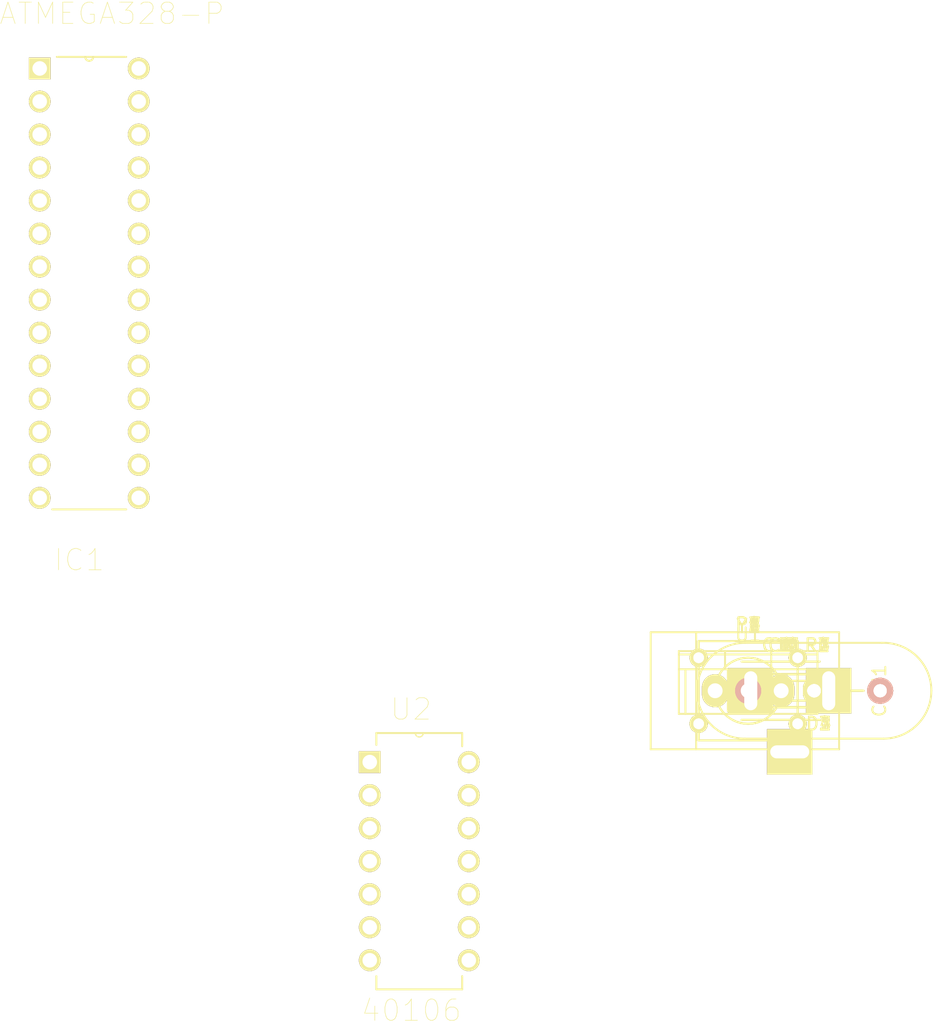
<source format=kicad_pcb>
(kicad_pcb (version 4) (host pcbnew 4.0.2-stable)

  (general
    (links 96)
    (no_connects 42)
    (area 0 0 0 0)
    (thickness 1.6)
    (drawings 0)
    (tracks 0)
    (zones 0)
    (modules 43)
    (nets 38)
  )

  (page A4)
  (layers
    (0 F.Cu signal)
    (31 B.Cu signal)
    (32 B.Adhes user)
    (33 F.Adhes user)
    (34 B.Paste user)
    (35 F.Paste user)
    (36 B.SilkS user)
    (37 F.SilkS user)
    (38 B.Mask user)
    (39 F.Mask user)
    (40 Dwgs.User user)
    (41 Cmts.User user)
    (42 Eco1.User user)
    (43 Eco2.User user)
    (44 Edge.Cuts user)
    (45 Margin user)
    (46 B.CrtYd user)
    (47 F.CrtYd user)
    (48 B.Fab user)
    (49 F.Fab user)
  )

  (setup
    (last_trace_width 0.25)
    (trace_clearance 0.2)
    (zone_clearance 0.508)
    (zone_45_only no)
    (trace_min 0.2)
    (segment_width 0.2)
    (edge_width 0.15)
    (via_size 0.6)
    (via_drill 0.4)
    (via_min_size 0.4)
    (via_min_drill 0.3)
    (uvia_size 0.3)
    (uvia_drill 0.1)
    (uvias_allowed no)
    (uvia_min_size 0.2)
    (uvia_min_drill 0.1)
    (pcb_text_width 0.3)
    (pcb_text_size 1.5 1.5)
    (mod_edge_width 0.15)
    (mod_text_size 1 1)
    (mod_text_width 0.15)
    (pad_size 1.524 1.524)
    (pad_drill 0.762)
    (pad_to_mask_clearance 0.2)
    (aux_axis_origin 0 0)
    (visible_elements FFFFFF7F)
    (pcbplotparams
      (layerselection 0x00030_80000001)
      (usegerberextensions false)
      (excludeedgelayer true)
      (linewidth 0.100000)
      (plotframeref false)
      (viasonmask false)
      (mode 1)
      (useauxorigin false)
      (hpglpennumber 1)
      (hpglpenspeed 20)
      (hpglpendiameter 15)
      (hpglpenoverlay 2)
      (psnegative false)
      (psa4output false)
      (plotreference true)
      (plotvalue true)
      (plotinvisibletext false)
      (padsonsilk false)
      (subtractmaskfromsilk false)
      (outputformat 1)
      (mirror false)
      (drillshape 1)
      (scaleselection 1)
      (outputdirectory ""))
  )

  (net 0 "")
  (net 1 "Net-(C1-Pad1)")
  (net 2 GND)
  (net 3 "Net-(C2-Pad1)")
  (net 4 "Net-(C3-Pad1)")
  (net 5 "Net-(C10-Pad1)")
  (net 6 "Net-(C5-Pad1)")
  (net 7 "Net-(C6-Pad1)")
  (net 8 "Net-(C7-Pad1)")
  (net 9 "Net-(CON1-Pad1)")
  (net 10 "Net-(D2-Pad2)")
  (net 11 "Net-(D3-Pad2)")
  (net 12 "Net-(D4-Pad2)")
  (net 13 "Net-(IC1-Pad1)")
  (net 14 "Net-(IC1-Pad2)")
  (net 15 "Net-(IC1-Pad3)")
  (net 16 "Net-(IC1-Pad4)")
  (net 17 "Net-(IC1-Pad5)")
  (net 18 "Net-(IC1-Pad6)")
  (net 19 "Net-(IC1-Pad11)")
  (net 20 "Net-(IC1-Pad12)")
  (net 21 "Net-(IC1-Pad13)")
  (net 22 "Net-(IC1-Pad14)")
  (net 23 "Net-(IC1-Pad15)")
  (net 24 "Net-(IC1-Pad16)")
  (net 25 "Net-(IC1-Pad17)")
  (net 26 "Net-(IC1-Pad18)")
  (net 27 "Net-(IC1-Pad19)")
  (net 28 "Net-(IC1-Pad20)")
  (net 29 "Net-(IC1-Pad21)")
  (net 30 "Net-(IC1-Pad23)")
  (net 31 "Net-(IC1-Pad24)")
  (net 32 "Net-(IC1-Pad25)")
  (net 33 "Net-(IC1-Pad26)")
  (net 34 "Net-(IC1-Pad27)")
  (net 35 "Net-(IC1-Pad28)")
  (net 36 VSS)
  (net 37 VDD)

  (net_class Default "Esta é a classe de net default."
    (clearance 0.2)
    (trace_width 0.25)
    (via_dia 0.6)
    (via_drill 0.4)
    (uvia_dia 0.3)
    (uvia_drill 0.1)
    (add_net GND)
    (add_net "Net-(C1-Pad1)")
    (add_net "Net-(C10-Pad1)")
    (add_net "Net-(C2-Pad1)")
    (add_net "Net-(C3-Pad1)")
    (add_net "Net-(C5-Pad1)")
    (add_net "Net-(C6-Pad1)")
    (add_net "Net-(C7-Pad1)")
    (add_net "Net-(CON1-Pad1)")
    (add_net "Net-(D2-Pad2)")
    (add_net "Net-(D3-Pad2)")
    (add_net "Net-(D4-Pad2)")
    (add_net "Net-(IC1-Pad1)")
    (add_net "Net-(IC1-Pad11)")
    (add_net "Net-(IC1-Pad12)")
    (add_net "Net-(IC1-Pad13)")
    (add_net "Net-(IC1-Pad14)")
    (add_net "Net-(IC1-Pad15)")
    (add_net "Net-(IC1-Pad16)")
    (add_net "Net-(IC1-Pad17)")
    (add_net "Net-(IC1-Pad18)")
    (add_net "Net-(IC1-Pad19)")
    (add_net "Net-(IC1-Pad2)")
    (add_net "Net-(IC1-Pad20)")
    (add_net "Net-(IC1-Pad21)")
    (add_net "Net-(IC1-Pad23)")
    (add_net "Net-(IC1-Pad24)")
    (add_net "Net-(IC1-Pad25)")
    (add_net "Net-(IC1-Pad26)")
    (add_net "Net-(IC1-Pad27)")
    (add_net "Net-(IC1-Pad28)")
    (add_net "Net-(IC1-Pad3)")
    (add_net "Net-(IC1-Pad4)")
    (add_net "Net-(IC1-Pad5)")
    (add_net "Net-(IC1-Pad6)")
    (add_net VDD)
    (add_net VSS)
  )

  (module Capacitors_ThroughHole:C_Disc_D6_P5 (layer F.Cu) (tedit 0) (tstamp 572F6D7B)
    (at 148.5011 105.0036)
    (descr "Capacitor 6mm Disc, Pitch 5mm")
    (tags Capacitor)
    (path /572F672D)
    (fp_text reference C1 (at 2.5 -3.5) (layer F.SilkS)
      (effects (font (size 1 1) (thickness 0.15)))
    )
    (fp_text value C (at 2.5 3.5) (layer F.Fab)
      (effects (font (size 1 1) (thickness 0.15)))
    )
    (fp_line (start -0.95 -2.5) (end 5.95 -2.5) (layer F.CrtYd) (width 0.05))
    (fp_line (start 5.95 -2.5) (end 5.95 2.5) (layer F.CrtYd) (width 0.05))
    (fp_line (start 5.95 2.5) (end -0.95 2.5) (layer F.CrtYd) (width 0.05))
    (fp_line (start -0.95 2.5) (end -0.95 -2.5) (layer F.CrtYd) (width 0.05))
    (fp_line (start -0.5 -2.25) (end 5.5 -2.25) (layer F.SilkS) (width 0.15))
    (fp_line (start 5.5 2.25) (end -0.5 2.25) (layer F.SilkS) (width 0.15))
    (pad 1 thru_hole rect (at 0 0) (size 1.4 1.4) (drill 0.9) (layers *.Cu *.Mask F.SilkS)
      (net 1 "Net-(C1-Pad1)"))
    (pad 2 thru_hole circle (at 5 0) (size 1.4 1.4) (drill 0.9) (layers *.Cu *.Mask F.SilkS)
      (net 2 GND))
    (model Capacitors_ThroughHole.3dshapes/C_Disc_D6_P5.wrl
      (at (xyz 0.0984252 0 0))
      (scale (xyz 1 1 1))
      (rotate (xyz 0 0 0))
    )
  )

  (module Capacitors_ThroughHole:C_Disc_D6_P5 (layer F.Cu) (tedit 0) (tstamp 572F6D81)
    (at 148.5011 105.0036)
    (descr "Capacitor 6mm Disc, Pitch 5mm")
    (tags Capacitor)
    (path /572F6841)
    (fp_text reference C2 (at 2.5 -3.5) (layer F.SilkS)
      (effects (font (size 1 1) (thickness 0.15)))
    )
    (fp_text value C (at 2.5 3.5) (layer F.Fab)
      (effects (font (size 1 1) (thickness 0.15)))
    )
    (fp_line (start -0.95 -2.5) (end 5.95 -2.5) (layer F.CrtYd) (width 0.05))
    (fp_line (start 5.95 -2.5) (end 5.95 2.5) (layer F.CrtYd) (width 0.05))
    (fp_line (start 5.95 2.5) (end -0.95 2.5) (layer F.CrtYd) (width 0.05))
    (fp_line (start -0.95 2.5) (end -0.95 -2.5) (layer F.CrtYd) (width 0.05))
    (fp_line (start -0.5 -2.25) (end 5.5 -2.25) (layer F.SilkS) (width 0.15))
    (fp_line (start 5.5 2.25) (end -0.5 2.25) (layer F.SilkS) (width 0.15))
    (pad 1 thru_hole rect (at 0 0) (size 1.4 1.4) (drill 0.9) (layers *.Cu *.Mask F.SilkS)
      (net 3 "Net-(C2-Pad1)"))
    (pad 2 thru_hole circle (at 5 0) (size 1.4 1.4) (drill 0.9) (layers *.Cu *.Mask F.SilkS)
      (net 2 GND))
    (model Capacitors_ThroughHole.3dshapes/C_Disc_D6_P5.wrl
      (at (xyz 0.0984252 0 0))
      (scale (xyz 1 1 1))
      (rotate (xyz 0 0 0))
    )
  )

  (module Capacitors_ThroughHole:C_Disc_D6_P5 (layer F.Cu) (tedit 0) (tstamp 572F6D87)
    (at 148.5011 105.0036)
    (descr "Capacitor 6mm Disc, Pitch 5mm")
    (tags Capacitor)
    (path /572D79D7)
    (fp_text reference C3 (at 2.5 -3.5) (layer F.SilkS)
      (effects (font (size 1 1) (thickness 0.15)))
    )
    (fp_text value CP (at 2.5 3.5) (layer F.Fab)
      (effects (font (size 1 1) (thickness 0.15)))
    )
    (fp_line (start -0.95 -2.5) (end 5.95 -2.5) (layer F.CrtYd) (width 0.05))
    (fp_line (start 5.95 -2.5) (end 5.95 2.5) (layer F.CrtYd) (width 0.05))
    (fp_line (start 5.95 2.5) (end -0.95 2.5) (layer F.CrtYd) (width 0.05))
    (fp_line (start -0.95 2.5) (end -0.95 -2.5) (layer F.CrtYd) (width 0.05))
    (fp_line (start -0.5 -2.25) (end 5.5 -2.25) (layer F.SilkS) (width 0.15))
    (fp_line (start 5.5 2.25) (end -0.5 2.25) (layer F.SilkS) (width 0.15))
    (pad 1 thru_hole rect (at 0 0) (size 1.4 1.4) (drill 0.9) (layers *.Cu *.Mask F.SilkS)
      (net 4 "Net-(C3-Pad1)"))
    (pad 2 thru_hole circle (at 5 0) (size 1.4 1.4) (drill 0.9) (layers *.Cu *.Mask F.SilkS)
      (net 2 GND))
    (model Capacitors_ThroughHole.3dshapes/C_Disc_D6_P5.wrl
      (at (xyz 0.0984252 0 0))
      (scale (xyz 1 1 1))
      (rotate (xyz 0 0 0))
    )
  )

  (module Capacitors_ThroughHole:C_Disc_D6_P5 (layer F.Cu) (tedit 0) (tstamp 572F6D8D)
    (at 148.5011 105.0036)
    (descr "Capacitor 6mm Disc, Pitch 5mm")
    (tags Capacitor)
    (path /572D7AC8)
    (fp_text reference C4 (at 2.5 -3.5) (layer F.SilkS)
      (effects (font (size 1 1) (thickness 0.15)))
    )
    (fp_text value CP (at 2.5 3.5) (layer F.Fab)
      (effects (font (size 1 1) (thickness 0.15)))
    )
    (fp_line (start -0.95 -2.5) (end 5.95 -2.5) (layer F.CrtYd) (width 0.05))
    (fp_line (start 5.95 -2.5) (end 5.95 2.5) (layer F.CrtYd) (width 0.05))
    (fp_line (start 5.95 2.5) (end -0.95 2.5) (layer F.CrtYd) (width 0.05))
    (fp_line (start -0.95 2.5) (end -0.95 -2.5) (layer F.CrtYd) (width 0.05))
    (fp_line (start -0.5 -2.25) (end 5.5 -2.25) (layer F.SilkS) (width 0.15))
    (fp_line (start 5.5 2.25) (end -0.5 2.25) (layer F.SilkS) (width 0.15))
    (pad 1 thru_hole rect (at 0 0) (size 1.4 1.4) (drill 0.9) (layers *.Cu *.Mask F.SilkS)
      (net 5 "Net-(C10-Pad1)"))
    (pad 2 thru_hole circle (at 5 0) (size 1.4 1.4) (drill 0.9) (layers *.Cu *.Mask F.SilkS)
      (net 2 GND))
    (model Capacitors_ThroughHole.3dshapes/C_Disc_D6_P5.wrl
      (at (xyz 0.0984252 0 0))
      (scale (xyz 1 1 1))
      (rotate (xyz 0 0 0))
    )
  )

  (module Capacitors_ThroughHole:C_Disc_D6_P5 (layer F.Cu) (tedit 0) (tstamp 572F6D93)
    (at 148.5011 105.0036)
    (descr "Capacitor 6mm Disc, Pitch 5mm")
    (tags Capacitor)
    (path /572E2ACA)
    (fp_text reference C5 (at 2.5 -3.5) (layer F.SilkS)
      (effects (font (size 1 1) (thickness 0.15)))
    )
    (fp_text value C (at 2.5 3.5) (layer F.Fab)
      (effects (font (size 1 1) (thickness 0.15)))
    )
    (fp_line (start -0.95 -2.5) (end 5.95 -2.5) (layer F.CrtYd) (width 0.05))
    (fp_line (start 5.95 -2.5) (end 5.95 2.5) (layer F.CrtYd) (width 0.05))
    (fp_line (start 5.95 2.5) (end -0.95 2.5) (layer F.CrtYd) (width 0.05))
    (fp_line (start -0.95 2.5) (end -0.95 -2.5) (layer F.CrtYd) (width 0.05))
    (fp_line (start -0.5 -2.25) (end 5.5 -2.25) (layer F.SilkS) (width 0.15))
    (fp_line (start 5.5 2.25) (end -0.5 2.25) (layer F.SilkS) (width 0.15))
    (pad 1 thru_hole rect (at 0 0) (size 1.4 1.4) (drill 0.9) (layers *.Cu *.Mask F.SilkS)
      (net 6 "Net-(C5-Pad1)"))
    (pad 2 thru_hole circle (at 5 0) (size 1.4 1.4) (drill 0.9) (layers *.Cu *.Mask F.SilkS)
      (net 2 GND))
    (model Capacitors_ThroughHole.3dshapes/C_Disc_D6_P5.wrl
      (at (xyz 0.0984252 0 0))
      (scale (xyz 1 1 1))
      (rotate (xyz 0 0 0))
    )
  )

  (module Capacitors_ThroughHole:C_Disc_D6_P5 (layer F.Cu) (tedit 0) (tstamp 572F6D99)
    (at 148.5011 105.0036)
    (descr "Capacitor 6mm Disc, Pitch 5mm")
    (tags Capacitor)
    (path /572E2B89)
    (fp_text reference C6 (at 2.5 -3.5) (layer F.SilkS)
      (effects (font (size 1 1) (thickness 0.15)))
    )
    (fp_text value C (at 2.5 3.5) (layer F.Fab)
      (effects (font (size 1 1) (thickness 0.15)))
    )
    (fp_line (start -0.95 -2.5) (end 5.95 -2.5) (layer F.CrtYd) (width 0.05))
    (fp_line (start 5.95 -2.5) (end 5.95 2.5) (layer F.CrtYd) (width 0.05))
    (fp_line (start 5.95 2.5) (end -0.95 2.5) (layer F.CrtYd) (width 0.05))
    (fp_line (start -0.95 2.5) (end -0.95 -2.5) (layer F.CrtYd) (width 0.05))
    (fp_line (start -0.5 -2.25) (end 5.5 -2.25) (layer F.SilkS) (width 0.15))
    (fp_line (start 5.5 2.25) (end -0.5 2.25) (layer F.SilkS) (width 0.15))
    (pad 1 thru_hole rect (at 0 0) (size 1.4 1.4) (drill 0.9) (layers *.Cu *.Mask F.SilkS)
      (net 7 "Net-(C6-Pad1)"))
    (pad 2 thru_hole circle (at 5 0) (size 1.4 1.4) (drill 0.9) (layers *.Cu *.Mask F.SilkS)
      (net 2 GND))
    (model Capacitors_ThroughHole.3dshapes/C_Disc_D6_P5.wrl
      (at (xyz 0.0984252 0 0))
      (scale (xyz 1 1 1))
      (rotate (xyz 0 0 0))
    )
  )

  (module Capacitors_ThroughHole:C_Disc_D6_P5 (layer F.Cu) (tedit 0) (tstamp 572F6D9F)
    (at 148.5011 105.0036)
    (descr "Capacitor 6mm Disc, Pitch 5mm")
    (tags Capacitor)
    (path /572E2C20)
    (fp_text reference C7 (at 2.5 -3.5) (layer F.SilkS)
      (effects (font (size 1 1) (thickness 0.15)))
    )
    (fp_text value C (at 2.5 3.5) (layer F.Fab)
      (effects (font (size 1 1) (thickness 0.15)))
    )
    (fp_line (start -0.95 -2.5) (end 5.95 -2.5) (layer F.CrtYd) (width 0.05))
    (fp_line (start 5.95 -2.5) (end 5.95 2.5) (layer F.CrtYd) (width 0.05))
    (fp_line (start 5.95 2.5) (end -0.95 2.5) (layer F.CrtYd) (width 0.05))
    (fp_line (start -0.95 2.5) (end -0.95 -2.5) (layer F.CrtYd) (width 0.05))
    (fp_line (start -0.5 -2.25) (end 5.5 -2.25) (layer F.SilkS) (width 0.15))
    (fp_line (start 5.5 2.25) (end -0.5 2.25) (layer F.SilkS) (width 0.15))
    (pad 1 thru_hole rect (at 0 0) (size 1.4 1.4) (drill 0.9) (layers *.Cu *.Mask F.SilkS)
      (net 8 "Net-(C7-Pad1)"))
    (pad 2 thru_hole circle (at 5 0) (size 1.4 1.4) (drill 0.9) (layers *.Cu *.Mask F.SilkS)
      (net 2 GND))
    (model Capacitors_ThroughHole.3dshapes/C_Disc_D6_P5.wrl
      (at (xyz 0.0984252 0 0))
      (scale (xyz 1 1 1))
      (rotate (xyz 0 0 0))
    )
  )

  (module Capacitors_ThroughHole:C_Disc_D6_P5 (layer F.Cu) (tedit 0) (tstamp 572F6DA5)
    (at 148.5011 105.0036)
    (descr "Capacitor 6mm Disc, Pitch 5mm")
    (tags Capacitor)
    (path /572EDA62)
    (fp_text reference C8 (at 2.5 -3.5) (layer F.SilkS)
      (effects (font (size 1 1) (thickness 0.15)))
    )
    (fp_text value CP (at 2.5 3.5) (layer F.Fab)
      (effects (font (size 1 1) (thickness 0.15)))
    )
    (fp_line (start -0.95 -2.5) (end 5.95 -2.5) (layer F.CrtYd) (width 0.05))
    (fp_line (start 5.95 -2.5) (end 5.95 2.5) (layer F.CrtYd) (width 0.05))
    (fp_line (start 5.95 2.5) (end -0.95 2.5) (layer F.CrtYd) (width 0.05))
    (fp_line (start -0.95 2.5) (end -0.95 -2.5) (layer F.CrtYd) (width 0.05))
    (fp_line (start -0.5 -2.25) (end 5.5 -2.25) (layer F.SilkS) (width 0.15))
    (fp_line (start 5.5 2.25) (end -0.5 2.25) (layer F.SilkS) (width 0.15))
    (pad 1 thru_hole rect (at 0 0) (size 1.4 1.4) (drill 0.9) (layers *.Cu *.Mask F.SilkS)
      (net 5 "Net-(C10-Pad1)"))
    (pad 2 thru_hole circle (at 5 0) (size 1.4 1.4) (drill 0.9) (layers *.Cu *.Mask F.SilkS)
      (net 2 GND))
    (model Capacitors_ThroughHole.3dshapes/C_Disc_D6_P5.wrl
      (at (xyz 0.0984252 0 0))
      (scale (xyz 1 1 1))
      (rotate (xyz 0 0 0))
    )
  )

  (module Capacitors_ThroughHole:C_Disc_D6_P5 (layer F.Cu) (tedit 0) (tstamp 572F6DAB)
    (at 148.5011 105.0036)
    (descr "Capacitor 6mm Disc, Pitch 5mm")
    (tags Capacitor)
    (path /572EDEEF)
    (fp_text reference C9 (at 2.5 -3.5) (layer F.SilkS)
      (effects (font (size 1 1) (thickness 0.15)))
    )
    (fp_text value CP (at 2.5 3.5) (layer F.Fab)
      (effects (font (size 1 1) (thickness 0.15)))
    )
    (fp_line (start -0.95 -2.5) (end 5.95 -2.5) (layer F.CrtYd) (width 0.05))
    (fp_line (start 5.95 -2.5) (end 5.95 2.5) (layer F.CrtYd) (width 0.05))
    (fp_line (start 5.95 2.5) (end -0.95 2.5) (layer F.CrtYd) (width 0.05))
    (fp_line (start -0.95 2.5) (end -0.95 -2.5) (layer F.CrtYd) (width 0.05))
    (fp_line (start -0.5 -2.25) (end 5.5 -2.25) (layer F.SilkS) (width 0.15))
    (fp_line (start 5.5 2.25) (end -0.5 2.25) (layer F.SilkS) (width 0.15))
    (pad 1 thru_hole rect (at 0 0) (size 1.4 1.4) (drill 0.9) (layers *.Cu *.Mask F.SilkS)
      (net 5 "Net-(C10-Pad1)"))
    (pad 2 thru_hole circle (at 5 0) (size 1.4 1.4) (drill 0.9) (layers *.Cu *.Mask F.SilkS)
      (net 2 GND))
    (model Capacitors_ThroughHole.3dshapes/C_Disc_D6_P5.wrl
      (at (xyz 0.0984252 0 0))
      (scale (xyz 1 1 1))
      (rotate (xyz 0 0 0))
    )
  )

  (module Capacitors_ThroughHole:C_Disc_D6_P5 (layer F.Cu) (tedit 0) (tstamp 572F6DB1)
    (at 148.5011 105.0036)
    (descr "Capacitor 6mm Disc, Pitch 5mm")
    (tags Capacitor)
    (path /572EE594)
    (fp_text reference C10 (at 2.5 -3.5) (layer F.SilkS)
      (effects (font (size 1 1) (thickness 0.15)))
    )
    (fp_text value CP (at 2.5 3.5) (layer F.Fab)
      (effects (font (size 1 1) (thickness 0.15)))
    )
    (fp_line (start -0.95 -2.5) (end 5.95 -2.5) (layer F.CrtYd) (width 0.05))
    (fp_line (start 5.95 -2.5) (end 5.95 2.5) (layer F.CrtYd) (width 0.05))
    (fp_line (start 5.95 2.5) (end -0.95 2.5) (layer F.CrtYd) (width 0.05))
    (fp_line (start -0.95 2.5) (end -0.95 -2.5) (layer F.CrtYd) (width 0.05))
    (fp_line (start -0.5 -2.25) (end 5.5 -2.25) (layer F.SilkS) (width 0.15))
    (fp_line (start 5.5 2.25) (end -0.5 2.25) (layer F.SilkS) (width 0.15))
    (pad 1 thru_hole rect (at 0 0) (size 1.4 1.4) (drill 0.9) (layers *.Cu *.Mask F.SilkS)
      (net 5 "Net-(C10-Pad1)"))
    (pad 2 thru_hole circle (at 5 0) (size 1.4 1.4) (drill 0.9) (layers *.Cu *.Mask F.SilkS)
      (net 2 GND))
    (model Capacitors_ThroughHole.3dshapes/C_Disc_D6_P5.wrl
      (at (xyz 0.0984252 0 0))
      (scale (xyz 1 1 1))
      (rotate (xyz 0 0 0))
    )
  )

  (module Capacitors_ThroughHole:C_Disc_D6_P5 (layer F.Cu) (tedit 0) (tstamp 572F6DB7)
    (at 148.5011 105.0036)
    (descr "Capacitor 6mm Disc, Pitch 5mm")
    (tags Capacitor)
    (path /572D71B3)
    (fp_text reference C11 (at 2.5 -3.5) (layer F.SilkS)
      (effects (font (size 1 1) (thickness 0.15)))
    )
    (fp_text value CP (at 2.5 3.5) (layer F.Fab)
      (effects (font (size 1 1) (thickness 0.15)))
    )
    (fp_line (start -0.95 -2.5) (end 5.95 -2.5) (layer F.CrtYd) (width 0.05))
    (fp_line (start 5.95 -2.5) (end 5.95 2.5) (layer F.CrtYd) (width 0.05))
    (fp_line (start 5.95 2.5) (end -0.95 2.5) (layer F.CrtYd) (width 0.05))
    (fp_line (start -0.95 2.5) (end -0.95 -2.5) (layer F.CrtYd) (width 0.05))
    (fp_line (start -0.5 -2.25) (end 5.5 -2.25) (layer F.SilkS) (width 0.15))
    (fp_line (start 5.5 2.25) (end -0.5 2.25) (layer F.SilkS) (width 0.15))
    (pad 1 thru_hole rect (at 0 0) (size 1.4 1.4) (drill 0.9) (layers *.Cu *.Mask F.SilkS)
      (net 5 "Net-(C10-Pad1)"))
    (pad 2 thru_hole circle (at 5 0) (size 1.4 1.4) (drill 0.9) (layers *.Cu *.Mask F.SilkS)
      (net 2 GND))
    (model Capacitors_ThroughHole.3dshapes/C_Disc_D6_P5.wrl
      (at (xyz 0.0984252 0 0))
      (scale (xyz 1 1 1))
      (rotate (xyz 0 0 0))
    )
  )

  (module Capacitors_ThroughHole:C_Disc_D6_P5 (layer F.Cu) (tedit 0) (tstamp 572F6DBD)
    (at 148.5011 105.0036)
    (descr "Capacitor 6mm Disc, Pitch 5mm")
    (tags Capacitor)
    (path /572D6E95)
    (fp_text reference C12 (at 2.5 -3.5) (layer F.SilkS)
      (effects (font (size 1 1) (thickness 0.15)))
    )
    (fp_text value CP (at 2.5 3.5) (layer F.Fab)
      (effects (font (size 1 1) (thickness 0.15)))
    )
    (fp_line (start -0.95 -2.5) (end 5.95 -2.5) (layer F.CrtYd) (width 0.05))
    (fp_line (start 5.95 -2.5) (end 5.95 2.5) (layer F.CrtYd) (width 0.05))
    (fp_line (start 5.95 2.5) (end -0.95 2.5) (layer F.CrtYd) (width 0.05))
    (fp_line (start -0.95 2.5) (end -0.95 -2.5) (layer F.CrtYd) (width 0.05))
    (fp_line (start -0.5 -2.25) (end 5.5 -2.25) (layer F.SilkS) (width 0.15))
    (fp_line (start 5.5 2.25) (end -0.5 2.25) (layer F.SilkS) (width 0.15))
    (pad 1 thru_hole rect (at 0 0) (size 1.4 1.4) (drill 0.9) (layers *.Cu *.Mask F.SilkS)
      (net 5 "Net-(C10-Pad1)"))
    (pad 2 thru_hole circle (at 5 0) (size 1.4 1.4) (drill 0.9) (layers *.Cu *.Mask F.SilkS)
      (net 2 GND))
    (model Capacitors_ThroughHole.3dshapes/C_Disc_D6_P5.wrl
      (at (xyz 0.0984252 0 0))
      (scale (xyz 1 1 1))
      (rotate (xyz 0 0 0))
    )
  )

  (module Capacitors_ThroughHole:C_Disc_D6_P5 (layer F.Cu) (tedit 0) (tstamp 572F6DC3)
    (at 148.5011 105.0036)
    (descr "Capacitor 6mm Disc, Pitch 5mm")
    (tags Capacitor)
    (path /572F2326)
    (fp_text reference C13 (at 2.5 -3.5) (layer F.SilkS)
      (effects (font (size 1 1) (thickness 0.15)))
    )
    (fp_text value CP (at 2.5 3.5) (layer F.Fab)
      (effects (font (size 1 1) (thickness 0.15)))
    )
    (fp_line (start -0.95 -2.5) (end 5.95 -2.5) (layer F.CrtYd) (width 0.05))
    (fp_line (start 5.95 -2.5) (end 5.95 2.5) (layer F.CrtYd) (width 0.05))
    (fp_line (start 5.95 2.5) (end -0.95 2.5) (layer F.CrtYd) (width 0.05))
    (fp_line (start -0.95 2.5) (end -0.95 -2.5) (layer F.CrtYd) (width 0.05))
    (fp_line (start -0.5 -2.25) (end 5.5 -2.25) (layer F.SilkS) (width 0.15))
    (fp_line (start 5.5 2.25) (end -0.5 2.25) (layer F.SilkS) (width 0.15))
    (pad 1 thru_hole rect (at 0 0) (size 1.4 1.4) (drill 0.9) (layers *.Cu *.Mask F.SilkS)
      (net 5 "Net-(C10-Pad1)"))
    (pad 2 thru_hole circle (at 5 0) (size 1.4 1.4) (drill 0.9) (layers *.Cu *.Mask F.SilkS)
      (net 2 GND))
    (model Capacitors_ThroughHole.3dshapes/C_Disc_D6_P5.wrl
      (at (xyz 0.0984252 0 0))
      (scale (xyz 1 1 1))
      (rotate (xyz 0 0 0))
    )
  )

  (module Capacitors_ThroughHole:C_Disc_D6_P5 (layer F.Cu) (tedit 0) (tstamp 572F6DC9)
    (at 148.5011 105.0036)
    (descr "Capacitor 6mm Disc, Pitch 5mm")
    (tags Capacitor)
    (path /572F2652)
    (fp_text reference C14 (at 2.5 -3.5) (layer F.SilkS)
      (effects (font (size 1 1) (thickness 0.15)))
    )
    (fp_text value CP (at 2.5 3.5) (layer F.Fab)
      (effects (font (size 1 1) (thickness 0.15)))
    )
    (fp_line (start -0.95 -2.5) (end 5.95 -2.5) (layer F.CrtYd) (width 0.05))
    (fp_line (start 5.95 -2.5) (end 5.95 2.5) (layer F.CrtYd) (width 0.05))
    (fp_line (start 5.95 2.5) (end -0.95 2.5) (layer F.CrtYd) (width 0.05))
    (fp_line (start -0.95 2.5) (end -0.95 -2.5) (layer F.CrtYd) (width 0.05))
    (fp_line (start -0.5 -2.25) (end 5.5 -2.25) (layer F.SilkS) (width 0.15))
    (fp_line (start 5.5 2.25) (end -0.5 2.25) (layer F.SilkS) (width 0.15))
    (pad 1 thru_hole rect (at 0 0) (size 1.4 1.4) (drill 0.9) (layers *.Cu *.Mask F.SilkS)
      (net 5 "Net-(C10-Pad1)"))
    (pad 2 thru_hole circle (at 5 0) (size 1.4 1.4) (drill 0.9) (layers *.Cu *.Mask F.SilkS)
      (net 2 GND))
    (model Capacitors_ThroughHole.3dshapes/C_Disc_D6_P5.wrl
      (at (xyz 0.0984252 0 0))
      (scale (xyz 1 1 1))
      (rotate (xyz 0 0 0))
    )
  )

  (module Capacitors_ThroughHole:C_Disc_D6_P5 (layer F.Cu) (tedit 0) (tstamp 572F6DCF)
    (at 148.5011 105.0036)
    (descr "Capacitor 6mm Disc, Pitch 5mm")
    (tags Capacitor)
    (path /572F2887)
    (fp_text reference C15 (at 2.5 -3.5) (layer F.SilkS)
      (effects (font (size 1 1) (thickness 0.15)))
    )
    (fp_text value CP (at 2.5 3.5) (layer F.Fab)
      (effects (font (size 1 1) (thickness 0.15)))
    )
    (fp_line (start -0.95 -2.5) (end 5.95 -2.5) (layer F.CrtYd) (width 0.05))
    (fp_line (start 5.95 -2.5) (end 5.95 2.5) (layer F.CrtYd) (width 0.05))
    (fp_line (start 5.95 2.5) (end -0.95 2.5) (layer F.CrtYd) (width 0.05))
    (fp_line (start -0.95 2.5) (end -0.95 -2.5) (layer F.CrtYd) (width 0.05))
    (fp_line (start -0.5 -2.25) (end 5.5 -2.25) (layer F.SilkS) (width 0.15))
    (fp_line (start 5.5 2.25) (end -0.5 2.25) (layer F.SilkS) (width 0.15))
    (pad 1 thru_hole rect (at 0 0) (size 1.4 1.4) (drill 0.9) (layers *.Cu *.Mask F.SilkS)
      (net 5 "Net-(C10-Pad1)"))
    (pad 2 thru_hole circle (at 5 0) (size 1.4 1.4) (drill 0.9) (layers *.Cu *.Mask F.SilkS)
      (net 2 GND))
    (model Capacitors_ThroughHole.3dshapes/C_Disc_D6_P5.wrl
      (at (xyz 0.0984252 0 0))
      (scale (xyz 1 1 1))
      (rotate (xyz 0 0 0))
    )
  )

  (module Connect:BARREL_JACK (layer F.Cu) (tedit 0) (tstamp 572F6DD6)
    (at 148.5011 105.0036)
    (descr "DC Barrel Jack")
    (tags "Power Jack")
    (path /572D7371)
    (fp_text reference CON1 (at 10.09904 0 90) (layer F.SilkS)
      (effects (font (size 1 1) (thickness 0.15)))
    )
    (fp_text value BARREL_JACK (at 0 -5.99948) (layer F.Fab)
      (effects (font (size 1 1) (thickness 0.15)))
    )
    (fp_line (start -4.0005 -4.50088) (end -4.0005 4.50088) (layer F.SilkS) (width 0.15))
    (fp_line (start -7.50062 -4.50088) (end -7.50062 4.50088) (layer F.SilkS) (width 0.15))
    (fp_line (start -7.50062 4.50088) (end 7.00024 4.50088) (layer F.SilkS) (width 0.15))
    (fp_line (start 7.00024 4.50088) (end 7.00024 -4.50088) (layer F.SilkS) (width 0.15))
    (fp_line (start 7.00024 -4.50088) (end -7.50062 -4.50088) (layer F.SilkS) (width 0.15))
    (pad 1 thru_hole rect (at 6.20014 0) (size 3.50012 3.50012) (drill oval 1.00076 2.99974) (layers *.Cu *.Mask F.SilkS)
      (net 9 "Net-(CON1-Pad1)"))
    (pad 2 thru_hole rect (at 0.20066 0) (size 3.50012 3.50012) (drill oval 1.00076 2.99974) (layers *.Cu *.Mask F.SilkS)
      (net 2 GND))
    (pad 3 thru_hole rect (at 3.2004 4.699) (size 3.50012 3.50012) (drill oval 2.99974 1.00076) (layers *.Cu *.Mask F.SilkS)
      (net 2 GND))
  )

  (module Diodes_ThroughHole:Diode_DO-35_SOD27_Horizontal_RM10 (layer F.Cu) (tedit 552FFC30) (tstamp 572F6DDC)
    (at 148.5011 105.0036)
    (descr "Diode, DO-35,  SOD27, Horizontal, RM 10mm")
    (tags "Diode, DO-35, SOD27, Horizontal, RM 10mm, 1N4148,")
    (path /572D7542)
    (fp_text reference D1 (at 5.43052 2.53746) (layer F.SilkS)
      (effects (font (size 1 1) (thickness 0.15)))
    )
    (fp_text value D (at 4.41452 -3.55854) (layer F.Fab)
      (effects (font (size 1 1) (thickness 0.15)))
    )
    (fp_line (start 7.36652 -0.00254) (end 8.76352 -0.00254) (layer F.SilkS) (width 0.15))
    (fp_line (start 2.92152 -0.00254) (end 1.39752 -0.00254) (layer F.SilkS) (width 0.15))
    (fp_line (start 3.30252 -0.76454) (end 3.30252 0.75946) (layer F.SilkS) (width 0.15))
    (fp_line (start 3.04852 -0.76454) (end 3.04852 0.75946) (layer F.SilkS) (width 0.15))
    (fp_line (start 2.79452 -0.00254) (end 2.79452 0.75946) (layer F.SilkS) (width 0.15))
    (fp_line (start 2.79452 0.75946) (end 7.36652 0.75946) (layer F.SilkS) (width 0.15))
    (fp_line (start 7.36652 0.75946) (end 7.36652 -0.76454) (layer F.SilkS) (width 0.15))
    (fp_line (start 7.36652 -0.76454) (end 2.79452 -0.76454) (layer F.SilkS) (width 0.15))
    (fp_line (start 2.79452 -0.76454) (end 2.79452 -0.00254) (layer F.SilkS) (width 0.15))
    (pad 2 thru_hole circle (at 10.16052 -0.00254 180) (size 1.69926 1.69926) (drill 0.70104) (layers *.Cu *.Mask F.SilkS)
      (net 9 "Net-(CON1-Pad1)"))
    (pad 1 thru_hole rect (at 0.00052 -0.00254 180) (size 1.69926 1.69926) (drill 0.70104) (layers *.Cu *.Mask F.SilkS)
      (net 4 "Net-(C3-Pad1)"))
    (model Diodes_ThroughHole.3dshapes/Diode_DO-35_SOD27_Horizontal_RM10.wrl
      (at (xyz 0.2 0 0))
      (scale (xyz 0.4 0.4 0.4))
      (rotate (xyz 0 0 180))
    )
  )

  (module Diodes_ThroughHole:Diode_DO-35_SOD27_Horizontal_RM10 (layer F.Cu) (tedit 552FFC30) (tstamp 572F6DE2)
    (at 148.5011 105.0036)
    (descr "Diode, DO-35,  SOD27, Horizontal, RM 10mm")
    (tags "Diode, DO-35, SOD27, Horizontal, RM 10mm, 1N4148,")
    (path /572E6895)
    (fp_text reference D2 (at 5.43052 2.53746) (layer F.SilkS)
      (effects (font (size 1 1) (thickness 0.15)))
    )
    (fp_text value D (at 4.41452 -3.55854) (layer F.Fab)
      (effects (font (size 1 1) (thickness 0.15)))
    )
    (fp_line (start 7.36652 -0.00254) (end 8.76352 -0.00254) (layer F.SilkS) (width 0.15))
    (fp_line (start 2.92152 -0.00254) (end 1.39752 -0.00254) (layer F.SilkS) (width 0.15))
    (fp_line (start 3.30252 -0.76454) (end 3.30252 0.75946) (layer F.SilkS) (width 0.15))
    (fp_line (start 3.04852 -0.76454) (end 3.04852 0.75946) (layer F.SilkS) (width 0.15))
    (fp_line (start 2.79452 -0.00254) (end 2.79452 0.75946) (layer F.SilkS) (width 0.15))
    (fp_line (start 2.79452 0.75946) (end 7.36652 0.75946) (layer F.SilkS) (width 0.15))
    (fp_line (start 7.36652 0.75946) (end 7.36652 -0.76454) (layer F.SilkS) (width 0.15))
    (fp_line (start 7.36652 -0.76454) (end 2.79452 -0.76454) (layer F.SilkS) (width 0.15))
    (fp_line (start 2.79452 -0.76454) (end 2.79452 -0.00254) (layer F.SilkS) (width 0.15))
    (pad 2 thru_hole circle (at 10.16052 -0.00254 180) (size 1.69926 1.69926) (drill 0.70104) (layers *.Cu *.Mask F.SilkS)
      (net 10 "Net-(D2-Pad2)"))
    (pad 1 thru_hole rect (at 0.00052 -0.00254 180) (size 1.69926 1.69926) (drill 0.70104) (layers *.Cu *.Mask F.SilkS)
      (net 6 "Net-(C5-Pad1)"))
    (model Diodes_ThroughHole.3dshapes/Diode_DO-35_SOD27_Horizontal_RM10.wrl
      (at (xyz 0.2 0 0))
      (scale (xyz 0.4 0.4 0.4))
      (rotate (xyz 0 0 180))
    )
  )

  (module Diodes_ThroughHole:Diode_DO-35_SOD27_Horizontal_RM10 (layer F.Cu) (tedit 552FFC30) (tstamp 572F6DE8)
    (at 148.5011 105.0036)
    (descr "Diode, DO-35,  SOD27, Horizontal, RM 10mm")
    (tags "Diode, DO-35, SOD27, Horizontal, RM 10mm, 1N4148,")
    (path /572E8086)
    (fp_text reference D3 (at 5.43052 2.53746) (layer F.SilkS)
      (effects (font (size 1 1) (thickness 0.15)))
    )
    (fp_text value D (at 4.41452 -3.55854) (layer F.Fab)
      (effects (font (size 1 1) (thickness 0.15)))
    )
    (fp_line (start 7.36652 -0.00254) (end 8.76352 -0.00254) (layer F.SilkS) (width 0.15))
    (fp_line (start 2.92152 -0.00254) (end 1.39752 -0.00254) (layer F.SilkS) (width 0.15))
    (fp_line (start 3.30252 -0.76454) (end 3.30252 0.75946) (layer F.SilkS) (width 0.15))
    (fp_line (start 3.04852 -0.76454) (end 3.04852 0.75946) (layer F.SilkS) (width 0.15))
    (fp_line (start 2.79452 -0.00254) (end 2.79452 0.75946) (layer F.SilkS) (width 0.15))
    (fp_line (start 2.79452 0.75946) (end 7.36652 0.75946) (layer F.SilkS) (width 0.15))
    (fp_line (start 7.36652 0.75946) (end 7.36652 -0.76454) (layer F.SilkS) (width 0.15))
    (fp_line (start 7.36652 -0.76454) (end 2.79452 -0.76454) (layer F.SilkS) (width 0.15))
    (fp_line (start 2.79452 -0.76454) (end 2.79452 -0.00254) (layer F.SilkS) (width 0.15))
    (pad 2 thru_hole circle (at 10.16052 -0.00254 180) (size 1.69926 1.69926) (drill 0.70104) (layers *.Cu *.Mask F.SilkS)
      (net 11 "Net-(D3-Pad2)"))
    (pad 1 thru_hole rect (at 0.00052 -0.00254 180) (size 1.69926 1.69926) (drill 0.70104) (layers *.Cu *.Mask F.SilkS)
      (net 7 "Net-(C6-Pad1)"))
    (model Diodes_ThroughHole.3dshapes/Diode_DO-35_SOD27_Horizontal_RM10.wrl
      (at (xyz 0.2 0 0))
      (scale (xyz 0.4 0.4 0.4))
      (rotate (xyz 0 0 180))
    )
  )

  (module Diodes_ThroughHole:Diode_DO-35_SOD27_Horizontal_RM10 (layer F.Cu) (tedit 552FFC30) (tstamp 572F6DEE)
    (at 148.5011 105.0036)
    (descr "Diode, DO-35,  SOD27, Horizontal, RM 10mm")
    (tags "Diode, DO-35, SOD27, Horizontal, RM 10mm, 1N4148,")
    (path /572E893A)
    (fp_text reference D4 (at 5.43052 2.53746) (layer F.SilkS)
      (effects (font (size 1 1) (thickness 0.15)))
    )
    (fp_text value D (at 4.41452 -3.55854) (layer F.Fab)
      (effects (font (size 1 1) (thickness 0.15)))
    )
    (fp_line (start 7.36652 -0.00254) (end 8.76352 -0.00254) (layer F.SilkS) (width 0.15))
    (fp_line (start 2.92152 -0.00254) (end 1.39752 -0.00254) (layer F.SilkS) (width 0.15))
    (fp_line (start 3.30252 -0.76454) (end 3.30252 0.75946) (layer F.SilkS) (width 0.15))
    (fp_line (start 3.04852 -0.76454) (end 3.04852 0.75946) (layer F.SilkS) (width 0.15))
    (fp_line (start 2.79452 -0.00254) (end 2.79452 0.75946) (layer F.SilkS) (width 0.15))
    (fp_line (start 2.79452 0.75946) (end 7.36652 0.75946) (layer F.SilkS) (width 0.15))
    (fp_line (start 7.36652 0.75946) (end 7.36652 -0.76454) (layer F.SilkS) (width 0.15))
    (fp_line (start 7.36652 -0.76454) (end 2.79452 -0.76454) (layer F.SilkS) (width 0.15))
    (fp_line (start 2.79452 -0.76454) (end 2.79452 -0.00254) (layer F.SilkS) (width 0.15))
    (pad 2 thru_hole circle (at 10.16052 -0.00254 180) (size 1.69926 1.69926) (drill 0.70104) (layers *.Cu *.Mask F.SilkS)
      (net 12 "Net-(D4-Pad2)"))
    (pad 1 thru_hole rect (at 0.00052 -0.00254 180) (size 1.69926 1.69926) (drill 0.70104) (layers *.Cu *.Mask F.SilkS)
      (net 8 "Net-(C7-Pad1)"))
    (model Diodes_ThroughHole.3dshapes/Diode_DO-35_SOD27_Horizontal_RM10.wrl
      (at (xyz 0.2 0 0))
      (scale (xyz 0.4 0.4 0.4))
      (rotate (xyz 0 0 180))
    )
  )

  (module ATMEGA328P-PU:DIP254P762X457-28 (layer F.Cu) (tedit 0) (tstamp 572F6E0E)
    (at 101.6 90.17)
    (path /572DFCB8)
    (solder_mask_margin 0.1)
    (fp_text reference IC1 (at -4.572 4.7752) (layer F.SilkS)
      (effects (font (size 1.64 1.64) (thickness 0.05)))
    )
    (fp_text value ATMEGA328-P (at -2.0574 -37.2364) (layer F.SilkS)
      (effects (font (size 1.64 1.64) (thickness 0.05)))
    )
    (fp_line (start -6.6548 0.889) (end -0.9652 0.889) (layer F.SilkS) (width 0.1524))
    (fp_line (start -0.9652 -33.909) (end -3.5052 -33.909) (layer F.SilkS) (width 0.1524))
    (fp_line (start -3.5052 -33.909) (end -4.1148 -33.909) (layer F.SilkS) (width 0.1524))
    (fp_line (start -4.1148 -33.909) (end -6.2992 -33.909) (layer F.SilkS) (width 0.1524))
    (fp_arc (start -3.81 -33.909) (end -4.1148 -33.909) (angle -180) (layer F.SilkS) (width 0.1524))
    (fp_line (start -7.5692 -32.4612) (end -7.5692 -33.5788) (layer Dwgs.User) (width 0))
    (fp_line (start -7.5692 -33.5788) (end -8.1788 -33.5788) (layer Dwgs.User) (width 0))
    (fp_line (start -8.1788 -33.5788) (end -8.1788 -32.4612) (layer Dwgs.User) (width 0))
    (fp_line (start -8.1788 -32.4612) (end -7.5692 -32.4612) (layer Dwgs.User) (width 0))
    (fp_line (start -7.5692 -29.9212) (end -7.5692 -31.0388) (layer Dwgs.User) (width 0))
    (fp_line (start -7.5692 -31.0388) (end -8.1788 -31.0388) (layer Dwgs.User) (width 0))
    (fp_line (start -8.1788 -31.0388) (end -8.1788 -29.9212) (layer Dwgs.User) (width 0))
    (fp_line (start -8.1788 -29.9212) (end -7.5692 -29.9212) (layer Dwgs.User) (width 0))
    (fp_line (start -7.5692 -27.3812) (end -7.5692 -28.4988) (layer Dwgs.User) (width 0))
    (fp_line (start -7.5692 -28.4988) (end -8.1788 -28.4988) (layer Dwgs.User) (width 0))
    (fp_line (start -8.1788 -28.4988) (end -8.1788 -27.3812) (layer Dwgs.User) (width 0))
    (fp_line (start -8.1788 -27.3812) (end -7.5692 -27.3812) (layer Dwgs.User) (width 0))
    (fp_line (start -7.5692 -24.8412) (end -7.5692 -25.9588) (layer Dwgs.User) (width 0))
    (fp_line (start -7.5692 -25.9588) (end -8.1788 -25.9588) (layer Dwgs.User) (width 0))
    (fp_line (start -8.1788 -25.9588) (end -8.1788 -24.8412) (layer Dwgs.User) (width 0))
    (fp_line (start -8.1788 -24.8412) (end -7.5692 -24.8412) (layer Dwgs.User) (width 0))
    (fp_line (start -7.5692 -22.3012) (end -7.5692 -23.4188) (layer Dwgs.User) (width 0))
    (fp_line (start -7.5692 -23.4188) (end -8.1788 -23.4188) (layer Dwgs.User) (width 0))
    (fp_line (start -8.1788 -23.4188) (end -8.1788 -22.3012) (layer Dwgs.User) (width 0))
    (fp_line (start -8.1788 -22.3012) (end -7.5692 -22.3012) (layer Dwgs.User) (width 0))
    (fp_line (start -7.5692 -19.7612) (end -7.5692 -20.8788) (layer Dwgs.User) (width 0))
    (fp_line (start -7.5692 -20.8788) (end -8.1788 -20.8788) (layer Dwgs.User) (width 0))
    (fp_line (start -8.1788 -20.8788) (end -8.1788 -19.7612) (layer Dwgs.User) (width 0))
    (fp_line (start -8.1788 -19.7612) (end -7.5692 -19.7612) (layer Dwgs.User) (width 0))
    (fp_line (start -7.5692 -17.2212) (end -7.5692 -18.3388) (layer Dwgs.User) (width 0))
    (fp_line (start -7.5692 -18.3388) (end -8.1788 -18.3388) (layer Dwgs.User) (width 0))
    (fp_line (start -8.1788 -18.3388) (end -8.1788 -17.2212) (layer Dwgs.User) (width 0))
    (fp_line (start -8.1788 -17.2212) (end -7.5692 -17.2212) (layer Dwgs.User) (width 0))
    (fp_line (start -7.5692 -14.6812) (end -7.5692 -15.7988) (layer Dwgs.User) (width 0))
    (fp_line (start -7.5692 -15.7988) (end -8.1788 -15.7988) (layer Dwgs.User) (width 0))
    (fp_line (start -8.1788 -15.7988) (end -8.1788 -14.6812) (layer Dwgs.User) (width 0))
    (fp_line (start -8.1788 -14.6812) (end -7.5692 -14.6812) (layer Dwgs.User) (width 0))
    (fp_line (start -7.5438 -12.1412) (end -7.5692 -13.2588) (layer Dwgs.User) (width 0))
    (fp_line (start -7.5692 -13.2588) (end -8.1788 -13.2588) (layer Dwgs.User) (width 0))
    (fp_line (start -8.1788 -13.2588) (end -8.1788 -12.1412) (layer Dwgs.User) (width 0))
    (fp_line (start -8.1788 -12.1412) (end -7.5438 -12.1412) (layer Dwgs.User) (width 0))
    (fp_line (start -7.5438 -9.6012) (end -7.5438 -10.7188) (layer Dwgs.User) (width 0))
    (fp_line (start -7.5438 -10.7188) (end -8.1788 -10.7188) (layer Dwgs.User) (width 0))
    (fp_line (start -8.1788 -10.7188) (end -8.1788 -9.6012) (layer Dwgs.User) (width 0))
    (fp_line (start -8.1788 -9.6012) (end -7.5438 -9.6012) (layer Dwgs.User) (width 0))
    (fp_line (start -7.5438 -7.0612) (end -7.5438 -8.1788) (layer Dwgs.User) (width 0))
    (fp_line (start -7.5438 -8.1788) (end -8.1788 -8.1788) (layer Dwgs.User) (width 0))
    (fp_line (start -8.1788 -8.1788) (end -8.1788 -7.0612) (layer Dwgs.User) (width 0))
    (fp_line (start -8.1788 -7.0612) (end -7.5438 -7.0612) (layer Dwgs.User) (width 0))
    (fp_line (start -7.5438 -4.5212) (end -7.5438 -5.6388) (layer Dwgs.User) (width 0))
    (fp_line (start -7.5438 -5.6388) (end -8.1788 -5.6388) (layer Dwgs.User) (width 0))
    (fp_line (start -8.1788 -5.6388) (end -8.1788 -4.5212) (layer Dwgs.User) (width 0))
    (fp_line (start -8.1788 -4.5212) (end -7.5438 -4.5212) (layer Dwgs.User) (width 0))
    (fp_line (start -7.5438 -1.9812) (end -7.5438 -3.0988) (layer Dwgs.User) (width 0))
    (fp_line (start -7.5438 -3.0988) (end -8.1788 -3.0988) (layer Dwgs.User) (width 0))
    (fp_line (start -8.1788 -3.0988) (end -8.1788 -1.9812) (layer Dwgs.User) (width 0))
    (fp_line (start -8.1788 -1.9812) (end -7.5438 -1.9812) (layer Dwgs.User) (width 0))
    (fp_line (start -7.5438 0.5588) (end -7.5438 -0.5588) (layer Dwgs.User) (width 0))
    (fp_line (start -7.5438 -0.5588) (end -8.1788 -0.5588) (layer Dwgs.User) (width 0))
    (fp_line (start -8.1788 -0.5588) (end -8.1788 0.5588) (layer Dwgs.User) (width 0))
    (fp_line (start -8.1788 0.5588) (end -7.5438 0.5588) (layer Dwgs.User) (width 0))
    (fp_line (start -0.0762 -0.5588) (end -0.0508 0.5588) (layer Dwgs.User) (width 0))
    (fp_line (start -0.0508 0.5588) (end 0.5588 0.5588) (layer Dwgs.User) (width 0))
    (fp_line (start 0.5588 0.5588) (end 0.5588 -0.5588) (layer Dwgs.User) (width 0))
    (fp_line (start 0.5588 -0.5588) (end -0.0762 -0.5588) (layer Dwgs.User) (width 0))
    (fp_line (start -0.0762 -3.0988) (end -0.0508 -1.9812) (layer Dwgs.User) (width 0))
    (fp_line (start -0.0508 -1.9812) (end 0.5588 -1.9812) (layer Dwgs.User) (width 0))
    (fp_line (start 0.5588 -1.9812) (end 0.5588 -3.0988) (layer Dwgs.User) (width 0))
    (fp_line (start 0.5588 -3.0988) (end -0.0762 -3.0988) (layer Dwgs.User) (width 0))
    (fp_line (start -0.0762 -5.6388) (end -0.0762 -4.5212) (layer Dwgs.User) (width 0))
    (fp_line (start -0.0762 -4.5212) (end 0.5588 -4.5212) (layer Dwgs.User) (width 0))
    (fp_line (start 0.5588 -4.5212) (end 0.5588 -5.6388) (layer Dwgs.User) (width 0))
    (fp_line (start 0.5588 -5.6388) (end -0.0762 -5.6388) (layer Dwgs.User) (width 0))
    (fp_line (start -0.0762 -8.1788) (end -0.0762 -7.0612) (layer Dwgs.User) (width 0))
    (fp_line (start -0.0762 -7.0612) (end 0.5588 -7.0612) (layer Dwgs.User) (width 0))
    (fp_line (start 0.5588 -7.0612) (end 0.5588 -8.1788) (layer Dwgs.User) (width 0))
    (fp_line (start 0.5588 -8.1788) (end -0.0762 -8.1788) (layer Dwgs.User) (width 0))
    (fp_line (start -0.0762 -10.7188) (end -0.0762 -9.6012) (layer Dwgs.User) (width 0))
    (fp_line (start -0.0762 -9.6012) (end 0.5588 -9.6012) (layer Dwgs.User) (width 0))
    (fp_line (start 0.5588 -9.6012) (end 0.5588 -10.7188) (layer Dwgs.User) (width 0))
    (fp_line (start 0.5588 -10.7188) (end -0.0762 -10.7188) (layer Dwgs.User) (width 0))
    (fp_line (start -0.0762 -13.2588) (end -0.0762 -12.1412) (layer Dwgs.User) (width 0))
    (fp_line (start -0.0762 -12.1412) (end 0.5588 -12.1412) (layer Dwgs.User) (width 0))
    (fp_line (start 0.5588 -12.1412) (end 0.5588 -13.2588) (layer Dwgs.User) (width 0))
    (fp_line (start 0.5588 -13.2588) (end -0.0762 -13.2588) (layer Dwgs.User) (width 0))
    (fp_line (start -0.0762 -15.7988) (end -0.0762 -14.6812) (layer Dwgs.User) (width 0))
    (fp_line (start -0.0762 -14.6812) (end 0.5588 -14.6812) (layer Dwgs.User) (width 0))
    (fp_line (start 0.5588 -14.6812) (end 0.5588 -15.7988) (layer Dwgs.User) (width 0))
    (fp_line (start 0.5588 -15.7988) (end -0.0762 -15.7988) (layer Dwgs.User) (width 0))
    (fp_line (start -0.0762 -18.3388) (end -0.0762 -17.2212) (layer Dwgs.User) (width 0))
    (fp_line (start -0.0762 -17.2212) (end 0.5588 -17.2212) (layer Dwgs.User) (width 0))
    (fp_line (start 0.5588 -17.2212) (end 0.5588 -18.3388) (layer Dwgs.User) (width 0))
    (fp_line (start 0.5588 -18.3388) (end -0.0762 -18.3388) (layer Dwgs.User) (width 0))
    (fp_line (start -0.0762 -20.8788) (end -0.0762 -19.7612) (layer Dwgs.User) (width 0))
    (fp_line (start -0.0762 -19.7612) (end 0.5588 -19.7612) (layer Dwgs.User) (width 0))
    (fp_line (start 0.5588 -19.7612) (end 0.5588 -20.8788) (layer Dwgs.User) (width 0))
    (fp_line (start 0.5588 -20.8788) (end -0.0762 -20.8788) (layer Dwgs.User) (width 0))
    (fp_line (start -0.0762 -23.4188) (end -0.0762 -22.3012) (layer Dwgs.User) (width 0))
    (fp_line (start -0.0762 -22.3012) (end 0.5588 -22.3012) (layer Dwgs.User) (width 0))
    (fp_line (start 0.5588 -22.3012) (end 0.5588 -23.4188) (layer Dwgs.User) (width 0))
    (fp_line (start 0.5588 -23.4188) (end -0.0762 -23.4188) (layer Dwgs.User) (width 0))
    (fp_line (start -0.0762 -25.9588) (end -0.0762 -24.8412) (layer Dwgs.User) (width 0))
    (fp_line (start -0.0762 -24.8412) (end 0.5588 -24.8412) (layer Dwgs.User) (width 0))
    (fp_line (start 0.5588 -24.8412) (end 0.5588 -25.9588) (layer Dwgs.User) (width 0))
    (fp_line (start 0.5588 -25.9588) (end -0.0762 -25.9588) (layer Dwgs.User) (width 0))
    (fp_line (start -0.0762 -28.4988) (end -0.0762 -27.3812) (layer Dwgs.User) (width 0))
    (fp_line (start -0.0762 -27.3812) (end 0.5588 -27.3812) (layer Dwgs.User) (width 0))
    (fp_line (start 0.5588 -27.3812) (end 0.5588 -28.4988) (layer Dwgs.User) (width 0))
    (fp_line (start 0.5588 -28.4988) (end -0.0762 -28.4988) (layer Dwgs.User) (width 0))
    (fp_line (start -0.0762 -31.0388) (end -0.0762 -29.9212) (layer Dwgs.User) (width 0))
    (fp_line (start -0.0762 -29.9212) (end 0.5588 -29.9212) (layer Dwgs.User) (width 0))
    (fp_line (start 0.5588 -29.9212) (end 0.5588 -31.0388) (layer Dwgs.User) (width 0))
    (fp_line (start 0.5588 -31.0388) (end -0.0762 -31.0388) (layer Dwgs.User) (width 0))
    (fp_line (start -0.0762 -33.5788) (end -0.0762 -32.4612) (layer Dwgs.User) (width 0))
    (fp_line (start -0.0762 -32.4612) (end 0.5588 -32.4612) (layer Dwgs.User) (width 0))
    (fp_line (start 0.5588 -32.4612) (end 0.5588 -33.5788) (layer Dwgs.User) (width 0))
    (fp_line (start 0.5588 -33.5788) (end -0.0762 -33.5788) (layer Dwgs.User) (width 0))
    (fp_line (start -7.5692 0.889) (end -0.0508 0.889) (layer Dwgs.User) (width 0))
    (fp_line (start -0.0508 0.889) (end -0.0508 -33.909) (layer Dwgs.User) (width 0))
    (fp_line (start -0.0508 -33.909) (end -3.5052 -33.909) (layer Dwgs.User) (width 0))
    (fp_line (start -3.5052 -33.909) (end -4.1148 -33.909) (layer Dwgs.User) (width 0))
    (fp_line (start -4.1148 -33.909) (end -7.5692 -33.909) (layer Dwgs.User) (width 0))
    (fp_line (start -7.5692 -33.909) (end -7.5692 0.889) (layer Dwgs.User) (width 0))
    (fp_arc (start -3.81 -33.909) (end -4.1148 -33.909) (angle -180) (layer Dwgs.User) (width 0))
    (pad 1 thru_hole rect (at -7.62 -33.02) (size 1.6764 1.6764) (drill 1.1176) (layers *.Cu *.Mask F.SilkS)
      (net 13 "Net-(IC1-Pad1)") (solder_mask_margin 0.2))
    (pad 2 thru_hole circle (at -7.62 -30.48) (size 1.6764 1.6764) (drill 1.1176) (layers *.Cu *.Mask F.SilkS)
      (net 14 "Net-(IC1-Pad2)") (solder_mask_margin 0.2))
    (pad 3 thru_hole circle (at -7.62 -27.94) (size 1.6764 1.6764) (drill 1.1176) (layers *.Cu *.Mask F.SilkS)
      (net 15 "Net-(IC1-Pad3)") (solder_mask_margin 0.2))
    (pad 4 thru_hole circle (at -7.62 -25.4) (size 1.6764 1.6764) (drill 1.1176) (layers *.Cu *.Mask F.SilkS)
      (net 16 "Net-(IC1-Pad4)") (solder_mask_margin 0.2))
    (pad 5 thru_hole circle (at -7.62 -22.86) (size 1.6764 1.6764) (drill 1.1176) (layers *.Cu *.Mask F.SilkS)
      (net 17 "Net-(IC1-Pad5)") (solder_mask_margin 0.2))
    (pad 6 thru_hole circle (at -7.62 -20.32) (size 1.6764 1.6764) (drill 1.1176) (layers *.Cu *.Mask F.SilkS)
      (net 18 "Net-(IC1-Pad6)") (solder_mask_margin 0.2))
    (pad 7 thru_hole circle (at -7.62 -17.78) (size 1.6764 1.6764) (drill 1.1176) (layers *.Cu *.Mask F.SilkS)
      (net 5 "Net-(C10-Pad1)") (solder_mask_margin 0.2))
    (pad 8 thru_hole circle (at -7.62 -15.24) (size 1.6764 1.6764) (drill 1.1176) (layers *.Cu *.Mask F.SilkS)
      (net 2 GND) (solder_mask_margin 0.2))
    (pad 9 thru_hole circle (at -7.62 -12.7) (size 1.6764 1.6764) (drill 1.1176) (layers *.Cu *.Mask F.SilkS)
      (net 1 "Net-(C1-Pad1)") (solder_mask_margin 0.2))
    (pad 10 thru_hole circle (at -7.62 -10.16) (size 1.6764 1.6764) (drill 1.1176) (layers *.Cu *.Mask F.SilkS)
      (net 3 "Net-(C2-Pad1)") (solder_mask_margin 0.2))
    (pad 11 thru_hole circle (at -7.62 -7.62) (size 1.6764 1.6764) (drill 1.1176) (layers *.Cu *.Mask F.SilkS)
      (net 19 "Net-(IC1-Pad11)") (solder_mask_margin 0.2))
    (pad 12 thru_hole circle (at -7.62 -5.08) (size 1.6764 1.6764) (drill 1.1176) (layers *.Cu *.Mask F.SilkS)
      (net 20 "Net-(IC1-Pad12)") (solder_mask_margin 0.2))
    (pad 13 thru_hole circle (at -7.62 -2.54) (size 1.6764 1.6764) (drill 1.1176) (layers *.Cu *.Mask F.SilkS)
      (net 21 "Net-(IC1-Pad13)") (solder_mask_margin 0.2))
    (pad 14 thru_hole circle (at -7.62 0) (size 1.6764 1.6764) (drill 1.1176) (layers *.Cu *.Mask F.SilkS)
      (net 22 "Net-(IC1-Pad14)") (solder_mask_margin 0.2))
    (pad 15 thru_hole circle (at 0 0) (size 1.6764 1.6764) (drill 1.1176) (layers *.Cu *.Mask F.SilkS)
      (net 23 "Net-(IC1-Pad15)") (solder_mask_margin 0.2))
    (pad 16 thru_hole circle (at 0 -2.54) (size 1.6764 1.6764) (drill 1.1176) (layers *.Cu *.Mask F.SilkS)
      (net 24 "Net-(IC1-Pad16)") (solder_mask_margin 0.2))
    (pad 17 thru_hole circle (at 0 -5.08) (size 1.6764 1.6764) (drill 1.1176) (layers *.Cu *.Mask F.SilkS)
      (net 25 "Net-(IC1-Pad17)") (solder_mask_margin 0.2))
    (pad 18 thru_hole circle (at 0 -7.62) (size 1.6764 1.6764) (drill 1.1176) (layers *.Cu *.Mask F.SilkS)
      (net 26 "Net-(IC1-Pad18)") (solder_mask_margin 0.2))
    (pad 19 thru_hole circle (at 0 -10.16) (size 1.6764 1.6764) (drill 1.1176) (layers *.Cu *.Mask F.SilkS)
      (net 27 "Net-(IC1-Pad19)") (solder_mask_margin 0.2))
    (pad 20 thru_hole circle (at 0 -12.7) (size 1.6764 1.6764) (drill 1.1176) (layers *.Cu *.Mask F.SilkS)
      (net 28 "Net-(IC1-Pad20)") (solder_mask_margin 0.2))
    (pad 21 thru_hole circle (at 0 -15.24) (size 1.6764 1.6764) (drill 1.1176) (layers *.Cu *.Mask F.SilkS)
      (net 29 "Net-(IC1-Pad21)") (solder_mask_margin 0.2))
    (pad 22 thru_hole circle (at 0 -17.78) (size 1.6764 1.6764) (drill 1.1176) (layers *.Cu *.Mask F.SilkS)
      (net 2 GND) (solder_mask_margin 0.2))
    (pad 23 thru_hole circle (at 0 -20.32) (size 1.6764 1.6764) (drill 1.1176) (layers *.Cu *.Mask F.SilkS)
      (net 30 "Net-(IC1-Pad23)") (solder_mask_margin 0.2))
    (pad 24 thru_hole circle (at 0 -22.86) (size 1.6764 1.6764) (drill 1.1176) (layers *.Cu *.Mask F.SilkS)
      (net 31 "Net-(IC1-Pad24)") (solder_mask_margin 0.2))
    (pad 25 thru_hole circle (at 0 -25.4) (size 1.6764 1.6764) (drill 1.1176) (layers *.Cu *.Mask F.SilkS)
      (net 32 "Net-(IC1-Pad25)") (solder_mask_margin 0.2))
    (pad 26 thru_hole circle (at 0 -27.94) (size 1.6764 1.6764) (drill 1.1176) (layers *.Cu *.Mask F.SilkS)
      (net 33 "Net-(IC1-Pad26)") (solder_mask_margin 0.2))
    (pad 27 thru_hole circle (at 0 -30.48) (size 1.6764 1.6764) (drill 1.1176) (layers *.Cu *.Mask F.SilkS)
      (net 34 "Net-(IC1-Pad27)") (solder_mask_margin 0.2))
    (pad 28 thru_hole circle (at 0 -33.02) (size 1.6764 1.6764) (drill 1.1176) (layers *.Cu *.Mask F.SilkS)
      (net 35 "Net-(IC1-Pad28)") (solder_mask_margin 0.2))
  )

  (module Socket_Strips:Socket_Strip_Straight_1x03 (layer F.Cu) (tedit 54E9F429) (tstamp 572F6E15)
    (at 148.5011 105.0036)
    (descr "Through hole socket strip")
    (tags "socket strip")
    (path /572EC744)
    (fp_text reference P1 (at 0 -5.1) (layer F.SilkS)
      (effects (font (size 1 1) (thickness 0.15)))
    )
    (fp_text value POT1 (at 0 -3.1) (layer F.Fab)
      (effects (font (size 1 1) (thickness 0.15)))
    )
    (fp_line (start 0 -1.55) (end -1.55 -1.55) (layer F.SilkS) (width 0.15))
    (fp_line (start -1.55 -1.55) (end -1.55 1.55) (layer F.SilkS) (width 0.15))
    (fp_line (start -1.55 1.55) (end 0 1.55) (layer F.SilkS) (width 0.15))
    (fp_line (start -1.75 -1.75) (end -1.75 1.75) (layer F.CrtYd) (width 0.05))
    (fp_line (start 6.85 -1.75) (end 6.85 1.75) (layer F.CrtYd) (width 0.05))
    (fp_line (start -1.75 -1.75) (end 6.85 -1.75) (layer F.CrtYd) (width 0.05))
    (fp_line (start -1.75 1.75) (end 6.85 1.75) (layer F.CrtYd) (width 0.05))
    (fp_line (start 1.27 -1.27) (end 6.35 -1.27) (layer F.SilkS) (width 0.15))
    (fp_line (start 6.35 -1.27) (end 6.35 1.27) (layer F.SilkS) (width 0.15))
    (fp_line (start 6.35 1.27) (end 1.27 1.27) (layer F.SilkS) (width 0.15))
    (fp_line (start 1.27 1.27) (end 1.27 -1.27) (layer F.SilkS) (width 0.15))
    (pad 1 thru_hole rect (at 0 0) (size 1.7272 2.032) (drill 1.016) (layers *.Cu *.Mask F.SilkS)
      (net 5 "Net-(C10-Pad1)"))
    (pad 2 thru_hole oval (at 2.54 0) (size 1.7272 2.032) (drill 1.016) (layers *.Cu *.Mask F.SilkS)
      (net 30 "Net-(IC1-Pad23)"))
    (pad 3 thru_hole oval (at 5.08 0) (size 1.7272 2.032) (drill 1.016) (layers *.Cu *.Mask F.SilkS)
      (net 2 GND))
    (model Socket_Strips.3dshapes/Socket_Strip_Straight_1x03.wrl
      (at (xyz 0.1 0 0))
      (scale (xyz 1 1 1))
      (rotate (xyz 0 0 180))
    )
  )

  (module Socket_Strips:Socket_Strip_Straight_1x03 (layer F.Cu) (tedit 54E9F429) (tstamp 572F6E1C)
    (at 148.5011 105.0036)
    (descr "Through hole socket strip")
    (tags "socket strip")
    (path /572EC96C)
    (fp_text reference P2 (at 0 -5.1) (layer F.SilkS)
      (effects (font (size 1 1) (thickness 0.15)))
    )
    (fp_text value POT2 (at 0 -3.1) (layer F.Fab)
      (effects (font (size 1 1) (thickness 0.15)))
    )
    (fp_line (start 0 -1.55) (end -1.55 -1.55) (layer F.SilkS) (width 0.15))
    (fp_line (start -1.55 -1.55) (end -1.55 1.55) (layer F.SilkS) (width 0.15))
    (fp_line (start -1.55 1.55) (end 0 1.55) (layer F.SilkS) (width 0.15))
    (fp_line (start -1.75 -1.75) (end -1.75 1.75) (layer F.CrtYd) (width 0.05))
    (fp_line (start 6.85 -1.75) (end 6.85 1.75) (layer F.CrtYd) (width 0.05))
    (fp_line (start -1.75 -1.75) (end 6.85 -1.75) (layer F.CrtYd) (width 0.05))
    (fp_line (start -1.75 1.75) (end 6.85 1.75) (layer F.CrtYd) (width 0.05))
    (fp_line (start 1.27 -1.27) (end 6.35 -1.27) (layer F.SilkS) (width 0.15))
    (fp_line (start 6.35 -1.27) (end 6.35 1.27) (layer F.SilkS) (width 0.15))
    (fp_line (start 6.35 1.27) (end 1.27 1.27) (layer F.SilkS) (width 0.15))
    (fp_line (start 1.27 1.27) (end 1.27 -1.27) (layer F.SilkS) (width 0.15))
    (pad 1 thru_hole rect (at 0 0) (size 1.7272 2.032) (drill 1.016) (layers *.Cu *.Mask F.SilkS)
      (net 5 "Net-(C10-Pad1)"))
    (pad 2 thru_hole oval (at 2.54 0) (size 1.7272 2.032) (drill 1.016) (layers *.Cu *.Mask F.SilkS)
      (net 31 "Net-(IC1-Pad24)"))
    (pad 3 thru_hole oval (at 5.08 0) (size 1.7272 2.032) (drill 1.016) (layers *.Cu *.Mask F.SilkS)
      (net 2 GND))
    (model Socket_Strips.3dshapes/Socket_Strip_Straight_1x03.wrl
      (at (xyz 0.1 0 0))
      (scale (xyz 1 1 1))
      (rotate (xyz 0 0 180))
    )
  )

  (module Socket_Strips:Socket_Strip_Straight_1x03 (layer F.Cu) (tedit 54E9F429) (tstamp 572F6E23)
    (at 148.5011 105.0036)
    (descr "Through hole socket strip")
    (tags "socket strip")
    (path /572EC9F2)
    (fp_text reference P3 (at 0 -5.1) (layer F.SilkS)
      (effects (font (size 1 1) (thickness 0.15)))
    )
    (fp_text value POT3 (at 0 -3.1) (layer F.Fab)
      (effects (font (size 1 1) (thickness 0.15)))
    )
    (fp_line (start 0 -1.55) (end -1.55 -1.55) (layer F.SilkS) (width 0.15))
    (fp_line (start -1.55 -1.55) (end -1.55 1.55) (layer F.SilkS) (width 0.15))
    (fp_line (start -1.55 1.55) (end 0 1.55) (layer F.SilkS) (width 0.15))
    (fp_line (start -1.75 -1.75) (end -1.75 1.75) (layer F.CrtYd) (width 0.05))
    (fp_line (start 6.85 -1.75) (end 6.85 1.75) (layer F.CrtYd) (width 0.05))
    (fp_line (start -1.75 -1.75) (end 6.85 -1.75) (layer F.CrtYd) (width 0.05))
    (fp_line (start -1.75 1.75) (end 6.85 1.75) (layer F.CrtYd) (width 0.05))
    (fp_line (start 1.27 -1.27) (end 6.35 -1.27) (layer F.SilkS) (width 0.15))
    (fp_line (start 6.35 -1.27) (end 6.35 1.27) (layer F.SilkS) (width 0.15))
    (fp_line (start 6.35 1.27) (end 1.27 1.27) (layer F.SilkS) (width 0.15))
    (fp_line (start 1.27 1.27) (end 1.27 -1.27) (layer F.SilkS) (width 0.15))
    (pad 1 thru_hole rect (at 0 0) (size 1.7272 2.032) (drill 1.016) (layers *.Cu *.Mask F.SilkS)
      (net 5 "Net-(C10-Pad1)"))
    (pad 2 thru_hole oval (at 2.54 0) (size 1.7272 2.032) (drill 1.016) (layers *.Cu *.Mask F.SilkS)
      (net 32 "Net-(IC1-Pad25)"))
    (pad 3 thru_hole oval (at 5.08 0) (size 1.7272 2.032) (drill 1.016) (layers *.Cu *.Mask F.SilkS)
      (net 2 GND))
    (model Socket_Strips.3dshapes/Socket_Strip_Straight_1x03.wrl
      (at (xyz 0.1 0 0))
      (scale (xyz 1 1 1))
      (rotate (xyz 0 0 180))
    )
  )

  (module Socket_Strips:Socket_Strip_Straight_1x03 (layer F.Cu) (tedit 54E9F429) (tstamp 572F6E2A)
    (at 148.5011 105.0036)
    (descr "Through hole socket strip")
    (tags "socket strip")
    (path /572D697E)
    (fp_text reference P4 (at 0 -5.1) (layer F.SilkS)
      (effects (font (size 1 1) (thickness 0.15)))
    )
    (fp_text value SERVO1 (at 0 -3.1) (layer F.Fab)
      (effects (font (size 1 1) (thickness 0.15)))
    )
    (fp_line (start 0 -1.55) (end -1.55 -1.55) (layer F.SilkS) (width 0.15))
    (fp_line (start -1.55 -1.55) (end -1.55 1.55) (layer F.SilkS) (width 0.15))
    (fp_line (start -1.55 1.55) (end 0 1.55) (layer F.SilkS) (width 0.15))
    (fp_line (start -1.75 -1.75) (end -1.75 1.75) (layer F.CrtYd) (width 0.05))
    (fp_line (start 6.85 -1.75) (end 6.85 1.75) (layer F.CrtYd) (width 0.05))
    (fp_line (start -1.75 -1.75) (end 6.85 -1.75) (layer F.CrtYd) (width 0.05))
    (fp_line (start -1.75 1.75) (end 6.85 1.75) (layer F.CrtYd) (width 0.05))
    (fp_line (start 1.27 -1.27) (end 6.35 -1.27) (layer F.SilkS) (width 0.15))
    (fp_line (start 6.35 -1.27) (end 6.35 1.27) (layer F.SilkS) (width 0.15))
    (fp_line (start 6.35 1.27) (end 1.27 1.27) (layer F.SilkS) (width 0.15))
    (fp_line (start 1.27 1.27) (end 1.27 -1.27) (layer F.SilkS) (width 0.15))
    (pad 1 thru_hole rect (at 0 0) (size 1.7272 2.032) (drill 1.016) (layers *.Cu *.Mask F.SilkS)
      (net 17 "Net-(IC1-Pad5)"))
    (pad 2 thru_hole oval (at 2.54 0) (size 1.7272 2.032) (drill 1.016) (layers *.Cu *.Mask F.SilkS)
      (net 5 "Net-(C10-Pad1)"))
    (pad 3 thru_hole oval (at 5.08 0) (size 1.7272 2.032) (drill 1.016) (layers *.Cu *.Mask F.SilkS)
      (net 2 GND))
    (model Socket_Strips.3dshapes/Socket_Strip_Straight_1x03.wrl
      (at (xyz 0.1 0 0))
      (scale (xyz 1 1 1))
      (rotate (xyz 0 0 180))
    )
  )

  (module Socket_Strips:Socket_Strip_Straight_1x03 (layer F.Cu) (tedit 54E9F429) (tstamp 572F6E31)
    (at 148.5011 105.0036)
    (descr "Through hole socket strip")
    (tags "socket strip")
    (path /572D69F9)
    (fp_text reference P5 (at 0 -5.1) (layer F.SilkS)
      (effects (font (size 1 1) (thickness 0.15)))
    )
    (fp_text value SERVO2 (at 0 -3.1) (layer F.Fab)
      (effects (font (size 1 1) (thickness 0.15)))
    )
    (fp_line (start 0 -1.55) (end -1.55 -1.55) (layer F.SilkS) (width 0.15))
    (fp_line (start -1.55 -1.55) (end -1.55 1.55) (layer F.SilkS) (width 0.15))
    (fp_line (start -1.55 1.55) (end 0 1.55) (layer F.SilkS) (width 0.15))
    (fp_line (start -1.75 -1.75) (end -1.75 1.75) (layer F.CrtYd) (width 0.05))
    (fp_line (start 6.85 -1.75) (end 6.85 1.75) (layer F.CrtYd) (width 0.05))
    (fp_line (start -1.75 -1.75) (end 6.85 -1.75) (layer F.CrtYd) (width 0.05))
    (fp_line (start -1.75 1.75) (end 6.85 1.75) (layer F.CrtYd) (width 0.05))
    (fp_line (start 1.27 -1.27) (end 6.35 -1.27) (layer F.SilkS) (width 0.15))
    (fp_line (start 6.35 -1.27) (end 6.35 1.27) (layer F.SilkS) (width 0.15))
    (fp_line (start 6.35 1.27) (end 1.27 1.27) (layer F.SilkS) (width 0.15))
    (fp_line (start 1.27 1.27) (end 1.27 -1.27) (layer F.SilkS) (width 0.15))
    (pad 1 thru_hole rect (at 0 0) (size 1.7272 2.032) (drill 1.016) (layers *.Cu *.Mask F.SilkS)
      (net 23 "Net-(IC1-Pad15)"))
    (pad 2 thru_hole oval (at 2.54 0) (size 1.7272 2.032) (drill 1.016) (layers *.Cu *.Mask F.SilkS)
      (net 5 "Net-(C10-Pad1)"))
    (pad 3 thru_hole oval (at 5.08 0) (size 1.7272 2.032) (drill 1.016) (layers *.Cu *.Mask F.SilkS)
      (net 2 GND))
    (model Socket_Strips.3dshapes/Socket_Strip_Straight_1x03.wrl
      (at (xyz 0.1 0 0))
      (scale (xyz 1 1 1))
      (rotate (xyz 0 0 180))
    )
  )

  (module Socket_Strips:Socket_Strip_Straight_1x03 (layer F.Cu) (tedit 54E9F429) (tstamp 572F6E38)
    (at 148.5011 105.0036)
    (descr "Through hole socket strip")
    (tags "socket strip")
    (path /572D67B5)
    (fp_text reference P6 (at 0 -5.1) (layer F.SilkS)
      (effects (font (size 1 1) (thickness 0.15)))
    )
    (fp_text value SERVO3 (at 0 -3.1) (layer F.Fab)
      (effects (font (size 1 1) (thickness 0.15)))
    )
    (fp_line (start 0 -1.55) (end -1.55 -1.55) (layer F.SilkS) (width 0.15))
    (fp_line (start -1.55 -1.55) (end -1.55 1.55) (layer F.SilkS) (width 0.15))
    (fp_line (start -1.55 1.55) (end 0 1.55) (layer F.SilkS) (width 0.15))
    (fp_line (start -1.75 -1.75) (end -1.75 1.75) (layer F.CrtYd) (width 0.05))
    (fp_line (start 6.85 -1.75) (end 6.85 1.75) (layer F.CrtYd) (width 0.05))
    (fp_line (start -1.75 -1.75) (end 6.85 -1.75) (layer F.CrtYd) (width 0.05))
    (fp_line (start -1.75 1.75) (end 6.85 1.75) (layer F.CrtYd) (width 0.05))
    (fp_line (start 1.27 -1.27) (end 6.35 -1.27) (layer F.SilkS) (width 0.15))
    (fp_line (start 6.35 -1.27) (end 6.35 1.27) (layer F.SilkS) (width 0.15))
    (fp_line (start 6.35 1.27) (end 1.27 1.27) (layer F.SilkS) (width 0.15))
    (fp_line (start 1.27 1.27) (end 1.27 -1.27) (layer F.SilkS) (width 0.15))
    (pad 1 thru_hole rect (at 0 0) (size 1.7272 2.032) (drill 1.016) (layers *.Cu *.Mask F.SilkS)
      (net 24 "Net-(IC1-Pad16)"))
    (pad 2 thru_hole oval (at 2.54 0) (size 1.7272 2.032) (drill 1.016) (layers *.Cu *.Mask F.SilkS)
      (net 5 "Net-(C10-Pad1)"))
    (pad 3 thru_hole oval (at 5.08 0) (size 1.7272 2.032) (drill 1.016) (layers *.Cu *.Mask F.SilkS)
      (net 2 GND))
    (model Socket_Strips.3dshapes/Socket_Strip_Straight_1x03.wrl
      (at (xyz 0.1 0 0))
      (scale (xyz 1 1 1))
      (rotate (xyz 0 0 180))
    )
  )

  (module Socket_Strips:Socket_Strip_Straight_1x03 (layer F.Cu) (tedit 54E9F429) (tstamp 572F6E3F)
    (at 148.5011 105.0036)
    (descr "Through hole socket strip")
    (tags "socket strip")
    (path /572EC2E3)
    (fp_text reference P7 (at 0 -5.1) (layer F.SilkS)
      (effects (font (size 1 1) (thickness 0.15)))
    )
    (fp_text value SERVO4 (at 0 -3.1) (layer F.Fab)
      (effects (font (size 1 1) (thickness 0.15)))
    )
    (fp_line (start 0 -1.55) (end -1.55 -1.55) (layer F.SilkS) (width 0.15))
    (fp_line (start -1.55 -1.55) (end -1.55 1.55) (layer F.SilkS) (width 0.15))
    (fp_line (start -1.55 1.55) (end 0 1.55) (layer F.SilkS) (width 0.15))
    (fp_line (start -1.75 -1.75) (end -1.75 1.75) (layer F.CrtYd) (width 0.05))
    (fp_line (start 6.85 -1.75) (end 6.85 1.75) (layer F.CrtYd) (width 0.05))
    (fp_line (start -1.75 -1.75) (end 6.85 -1.75) (layer F.CrtYd) (width 0.05))
    (fp_line (start -1.75 1.75) (end 6.85 1.75) (layer F.CrtYd) (width 0.05))
    (fp_line (start 1.27 -1.27) (end 6.35 -1.27) (layer F.SilkS) (width 0.15))
    (fp_line (start 6.35 -1.27) (end 6.35 1.27) (layer F.SilkS) (width 0.15))
    (fp_line (start 6.35 1.27) (end 1.27 1.27) (layer F.SilkS) (width 0.15))
    (fp_line (start 1.27 1.27) (end 1.27 -1.27) (layer F.SilkS) (width 0.15))
    (pad 1 thru_hole rect (at 0 0) (size 1.7272 2.032) (drill 1.016) (layers *.Cu *.Mask F.SilkS)
      (net 25 "Net-(IC1-Pad17)"))
    (pad 2 thru_hole oval (at 2.54 0) (size 1.7272 2.032) (drill 1.016) (layers *.Cu *.Mask F.SilkS)
      (net 5 "Net-(C10-Pad1)"))
    (pad 3 thru_hole oval (at 5.08 0) (size 1.7272 2.032) (drill 1.016) (layers *.Cu *.Mask F.SilkS)
      (net 2 GND))
    (model Socket_Strips.3dshapes/Socket_Strip_Straight_1x03.wrl
      (at (xyz 0.1 0 0))
      (scale (xyz 1 1 1))
      (rotate (xyz 0 0 180))
    )
  )

  (module Socket_Strips:Socket_Strip_Straight_1x03 (layer F.Cu) (tedit 54E9F429) (tstamp 572F6E46)
    (at 148.5011 105.0036)
    (descr "Through hole socket strip")
    (tags "socket strip")
    (path /572ECA7F)
    (fp_text reference P8 (at 0 -5.1) (layer F.SilkS)
      (effects (font (size 1 1) (thickness 0.15)))
    )
    (fp_text value POT4 (at 0 -3.1) (layer F.Fab)
      (effects (font (size 1 1) (thickness 0.15)))
    )
    (fp_line (start 0 -1.55) (end -1.55 -1.55) (layer F.SilkS) (width 0.15))
    (fp_line (start -1.55 -1.55) (end -1.55 1.55) (layer F.SilkS) (width 0.15))
    (fp_line (start -1.55 1.55) (end 0 1.55) (layer F.SilkS) (width 0.15))
    (fp_line (start -1.75 -1.75) (end -1.75 1.75) (layer F.CrtYd) (width 0.05))
    (fp_line (start 6.85 -1.75) (end 6.85 1.75) (layer F.CrtYd) (width 0.05))
    (fp_line (start -1.75 -1.75) (end 6.85 -1.75) (layer F.CrtYd) (width 0.05))
    (fp_line (start -1.75 1.75) (end 6.85 1.75) (layer F.CrtYd) (width 0.05))
    (fp_line (start 1.27 -1.27) (end 6.35 -1.27) (layer F.SilkS) (width 0.15))
    (fp_line (start 6.35 -1.27) (end 6.35 1.27) (layer F.SilkS) (width 0.15))
    (fp_line (start 6.35 1.27) (end 1.27 1.27) (layer F.SilkS) (width 0.15))
    (fp_line (start 1.27 1.27) (end 1.27 -1.27) (layer F.SilkS) (width 0.15))
    (pad 1 thru_hole rect (at 0 0) (size 1.7272 2.032) (drill 1.016) (layers *.Cu *.Mask F.SilkS)
      (net 5 "Net-(C10-Pad1)"))
    (pad 2 thru_hole oval (at 2.54 0) (size 1.7272 2.032) (drill 1.016) (layers *.Cu *.Mask F.SilkS)
      (net 33 "Net-(IC1-Pad26)"))
    (pad 3 thru_hole oval (at 5.08 0) (size 1.7272 2.032) (drill 1.016) (layers *.Cu *.Mask F.SilkS)
      (net 2 GND))
    (model Socket_Strips.3dshapes/Socket_Strip_Straight_1x03.wrl
      (at (xyz 0.1 0 0))
      (scale (xyz 1 1 1))
      (rotate (xyz 0 0 180))
    )
  )

  (module Resistors_ThroughHole:Resistor_Horizontal_RM10mm (layer F.Cu) (tedit 56648415) (tstamp 572F6E4C)
    (at 148.5011 105.0036)
    (descr "Resistor, Axial,  RM 10mm, 1/3W")
    (tags "Resistor Axial RM 10mm 1/3W")
    (path /572F40CD)
    (fp_text reference R1 (at 5.32892 -3.50012) (layer F.SilkS)
      (effects (font (size 1 1) (thickness 0.15)))
    )
    (fp_text value R (at 5.08 3.81) (layer F.Fab)
      (effects (font (size 1 1) (thickness 0.15)))
    )
    (fp_line (start -1.25 -1.5) (end 11.4 -1.5) (layer F.CrtYd) (width 0.05))
    (fp_line (start -1.25 1.5) (end -1.25 -1.5) (layer F.CrtYd) (width 0.05))
    (fp_line (start 11.4 -1.5) (end 11.4 1.5) (layer F.CrtYd) (width 0.05))
    (fp_line (start -1.25 1.5) (end 11.4 1.5) (layer F.CrtYd) (width 0.05))
    (fp_line (start 2.54 -1.27) (end 7.62 -1.27) (layer F.SilkS) (width 0.15))
    (fp_line (start 7.62 -1.27) (end 7.62 1.27) (layer F.SilkS) (width 0.15))
    (fp_line (start 7.62 1.27) (end 2.54 1.27) (layer F.SilkS) (width 0.15))
    (fp_line (start 2.54 1.27) (end 2.54 -1.27) (layer F.SilkS) (width 0.15))
    (fp_line (start 2.54 0) (end 1.27 0) (layer F.SilkS) (width 0.15))
    (fp_line (start 7.62 0) (end 8.89 0) (layer F.SilkS) (width 0.15))
    (pad 1 thru_hole circle (at 0 0) (size 1.99898 1.99898) (drill 1.00076) (layers *.Cu *.SilkS *.Mask)
      (net 13 "Net-(IC1-Pad1)"))
    (pad 2 thru_hole circle (at 10.16 0) (size 1.99898 1.99898) (drill 1.00076) (layers *.Cu *.SilkS *.Mask)
      (net 5 "Net-(C10-Pad1)"))
    (model Resistors_ThroughHole.3dshapes/Resistor_Horizontal_RM10mm.wrl
      (at (xyz 0.2 0 0))
      (scale (xyz 0.4 0.4 0.4))
      (rotate (xyz 0 0 0))
    )
  )

  (module Resistors_ThroughHole:Resistor_Horizontal_RM10mm (layer F.Cu) (tedit 56648415) (tstamp 572F6E52)
    (at 148.5011 105.0036)
    (descr "Resistor, Axial,  RM 10mm, 1/3W")
    (tags "Resistor Axial RM 10mm 1/3W")
    (path /572D63DD)
    (fp_text reference R2 (at 5.32892 -3.50012) (layer F.SilkS)
      (effects (font (size 1 1) (thickness 0.15)))
    )
    (fp_text value R (at 5.08 3.81) (layer F.Fab)
      (effects (font (size 1 1) (thickness 0.15)))
    )
    (fp_line (start -1.25 -1.5) (end 11.4 -1.5) (layer F.CrtYd) (width 0.05))
    (fp_line (start -1.25 1.5) (end -1.25 -1.5) (layer F.CrtYd) (width 0.05))
    (fp_line (start 11.4 -1.5) (end 11.4 1.5) (layer F.CrtYd) (width 0.05))
    (fp_line (start -1.25 1.5) (end 11.4 1.5) (layer F.CrtYd) (width 0.05))
    (fp_line (start 2.54 -1.27) (end 7.62 -1.27) (layer F.SilkS) (width 0.15))
    (fp_line (start 7.62 -1.27) (end 7.62 1.27) (layer F.SilkS) (width 0.15))
    (fp_line (start 7.62 1.27) (end 2.54 1.27) (layer F.SilkS) (width 0.15))
    (fp_line (start 2.54 1.27) (end 2.54 -1.27) (layer F.SilkS) (width 0.15))
    (fp_line (start 2.54 0) (end 1.27 0) (layer F.SilkS) (width 0.15))
    (fp_line (start 7.62 0) (end 8.89 0) (layer F.SilkS) (width 0.15))
    (pad 1 thru_hole circle (at 0 0) (size 1.99898 1.99898) (drill 1.00076) (layers *.Cu *.SilkS *.Mask)
      (net 10 "Net-(D2-Pad2)"))
    (pad 2 thru_hole circle (at 10.16 0) (size 1.99898 1.99898) (drill 1.00076) (layers *.Cu *.SilkS *.Mask)
      (net 6 "Net-(C5-Pad1)"))
    (model Resistors_ThroughHole.3dshapes/Resistor_Horizontal_RM10mm.wrl
      (at (xyz 0.2 0 0))
      (scale (xyz 0.4 0.4 0.4))
      (rotate (xyz 0 0 0))
    )
  )

  (module Resistors_ThroughHole:Resistor_Horizontal_RM10mm (layer F.Cu) (tedit 56648415) (tstamp 572F6E58)
    (at 148.5011 105.0036)
    (descr "Resistor, Axial,  RM 10mm, 1/3W")
    (tags "Resistor Axial RM 10mm 1/3W")
    (path /572D6616)
    (fp_text reference R3 (at 5.32892 -3.50012) (layer F.SilkS)
      (effects (font (size 1 1) (thickness 0.15)))
    )
    (fp_text value R (at 5.08 3.81) (layer F.Fab)
      (effects (font (size 1 1) (thickness 0.15)))
    )
    (fp_line (start -1.25 -1.5) (end 11.4 -1.5) (layer F.CrtYd) (width 0.05))
    (fp_line (start -1.25 1.5) (end -1.25 -1.5) (layer F.CrtYd) (width 0.05))
    (fp_line (start 11.4 -1.5) (end 11.4 1.5) (layer F.CrtYd) (width 0.05))
    (fp_line (start -1.25 1.5) (end 11.4 1.5) (layer F.CrtYd) (width 0.05))
    (fp_line (start 2.54 -1.27) (end 7.62 -1.27) (layer F.SilkS) (width 0.15))
    (fp_line (start 7.62 -1.27) (end 7.62 1.27) (layer F.SilkS) (width 0.15))
    (fp_line (start 7.62 1.27) (end 2.54 1.27) (layer F.SilkS) (width 0.15))
    (fp_line (start 2.54 1.27) (end 2.54 -1.27) (layer F.SilkS) (width 0.15))
    (fp_line (start 2.54 0) (end 1.27 0) (layer F.SilkS) (width 0.15))
    (fp_line (start 7.62 0) (end 8.89 0) (layer F.SilkS) (width 0.15))
    (pad 1 thru_hole circle (at 0 0) (size 1.99898 1.99898) (drill 1.00076) (layers *.Cu *.SilkS *.Mask)
      (net 11 "Net-(D3-Pad2)"))
    (pad 2 thru_hole circle (at 10.16 0) (size 1.99898 1.99898) (drill 1.00076) (layers *.Cu *.SilkS *.Mask)
      (net 7 "Net-(C6-Pad1)"))
    (model Resistors_ThroughHole.3dshapes/Resistor_Horizontal_RM10mm.wrl
      (at (xyz 0.2 0 0))
      (scale (xyz 0.4 0.4 0.4))
      (rotate (xyz 0 0 0))
    )
  )

  (module Resistors_ThroughHole:Resistor_Horizontal_RM10mm (layer F.Cu) (tedit 56648415) (tstamp 572F6E5E)
    (at 148.5011 105.0036)
    (descr "Resistor, Axial,  RM 10mm, 1/3W")
    (tags "Resistor Axial RM 10mm 1/3W")
    (path /572D6703)
    (fp_text reference R4 (at 5.32892 -3.50012) (layer F.SilkS)
      (effects (font (size 1 1) (thickness 0.15)))
    )
    (fp_text value R (at 5.08 3.81) (layer F.Fab)
      (effects (font (size 1 1) (thickness 0.15)))
    )
    (fp_line (start -1.25 -1.5) (end 11.4 -1.5) (layer F.CrtYd) (width 0.05))
    (fp_line (start -1.25 1.5) (end -1.25 -1.5) (layer F.CrtYd) (width 0.05))
    (fp_line (start 11.4 -1.5) (end 11.4 1.5) (layer F.CrtYd) (width 0.05))
    (fp_line (start -1.25 1.5) (end 11.4 1.5) (layer F.CrtYd) (width 0.05))
    (fp_line (start 2.54 -1.27) (end 7.62 -1.27) (layer F.SilkS) (width 0.15))
    (fp_line (start 7.62 -1.27) (end 7.62 1.27) (layer F.SilkS) (width 0.15))
    (fp_line (start 7.62 1.27) (end 2.54 1.27) (layer F.SilkS) (width 0.15))
    (fp_line (start 2.54 1.27) (end 2.54 -1.27) (layer F.SilkS) (width 0.15))
    (fp_line (start 2.54 0) (end 1.27 0) (layer F.SilkS) (width 0.15))
    (fp_line (start 7.62 0) (end 8.89 0) (layer F.SilkS) (width 0.15))
    (pad 1 thru_hole circle (at 0 0) (size 1.99898 1.99898) (drill 1.00076) (layers *.Cu *.SilkS *.Mask)
      (net 12 "Net-(D4-Pad2)"))
    (pad 2 thru_hole circle (at 10.16 0) (size 1.99898 1.99898) (drill 1.00076) (layers *.Cu *.SilkS *.Mask)
      (net 8 "Net-(C7-Pad1)"))
    (model Resistors_ThroughHole.3dshapes/Resistor_Horizontal_RM10mm.wrl
      (at (xyz 0.2 0 0))
      (scale (xyz 0.4 0.4 0.4))
      (rotate (xyz 0 0 0))
    )
  )

  (module Resistors_ThroughHole:Resistor_Horizontal_RM10mm (layer F.Cu) (tedit 56648415) (tstamp 572F6E64)
    (at 148.5011 105.0036)
    (descr "Resistor, Axial,  RM 10mm, 1/3W")
    (tags "Resistor Axial RM 10mm 1/3W")
    (path /572D629C)
    (fp_text reference R5 (at 5.32892 -3.50012) (layer F.SilkS)
      (effects (font (size 1 1) (thickness 0.15)))
    )
    (fp_text value R (at 5.08 3.81) (layer F.Fab)
      (effects (font (size 1 1) (thickness 0.15)))
    )
    (fp_line (start -1.25 -1.5) (end 11.4 -1.5) (layer F.CrtYd) (width 0.05))
    (fp_line (start -1.25 1.5) (end -1.25 -1.5) (layer F.CrtYd) (width 0.05))
    (fp_line (start 11.4 -1.5) (end 11.4 1.5) (layer F.CrtYd) (width 0.05))
    (fp_line (start -1.25 1.5) (end 11.4 1.5) (layer F.CrtYd) (width 0.05))
    (fp_line (start 2.54 -1.27) (end 7.62 -1.27) (layer F.SilkS) (width 0.15))
    (fp_line (start 7.62 -1.27) (end 7.62 1.27) (layer F.SilkS) (width 0.15))
    (fp_line (start 7.62 1.27) (end 2.54 1.27) (layer F.SilkS) (width 0.15))
    (fp_line (start 2.54 1.27) (end 2.54 -1.27) (layer F.SilkS) (width 0.15))
    (fp_line (start 2.54 0) (end 1.27 0) (layer F.SilkS) (width 0.15))
    (fp_line (start 7.62 0) (end 8.89 0) (layer F.SilkS) (width 0.15))
    (pad 1 thru_hole circle (at 0 0) (size 1.99898 1.99898) (drill 1.00076) (layers *.Cu *.SilkS *.Mask)
      (net 5 "Net-(C10-Pad1)"))
    (pad 2 thru_hole circle (at 10.16 0) (size 1.99898 1.99898) (drill 1.00076) (layers *.Cu *.SilkS *.Mask)
      (net 10 "Net-(D2-Pad2)"))
    (model Resistors_ThroughHole.3dshapes/Resistor_Horizontal_RM10mm.wrl
      (at (xyz 0.2 0 0))
      (scale (xyz 0.4 0.4 0.4))
      (rotate (xyz 0 0 0))
    )
  )

  (module Resistors_ThroughHole:Resistor_Horizontal_RM10mm (layer F.Cu) (tedit 56648415) (tstamp 572F6E6A)
    (at 148.5011 105.0036)
    (descr "Resistor, Axial,  RM 10mm, 1/3W")
    (tags "Resistor Axial RM 10mm 1/3W")
    (path /572D6685)
    (fp_text reference R6 (at 5.32892 -3.50012) (layer F.SilkS)
      (effects (font (size 1 1) (thickness 0.15)))
    )
    (fp_text value R (at 5.08 3.81) (layer F.Fab)
      (effects (font (size 1 1) (thickness 0.15)))
    )
    (fp_line (start -1.25 -1.5) (end 11.4 -1.5) (layer F.CrtYd) (width 0.05))
    (fp_line (start -1.25 1.5) (end -1.25 -1.5) (layer F.CrtYd) (width 0.05))
    (fp_line (start 11.4 -1.5) (end 11.4 1.5) (layer F.CrtYd) (width 0.05))
    (fp_line (start -1.25 1.5) (end 11.4 1.5) (layer F.CrtYd) (width 0.05))
    (fp_line (start 2.54 -1.27) (end 7.62 -1.27) (layer F.SilkS) (width 0.15))
    (fp_line (start 7.62 -1.27) (end 7.62 1.27) (layer F.SilkS) (width 0.15))
    (fp_line (start 7.62 1.27) (end 2.54 1.27) (layer F.SilkS) (width 0.15))
    (fp_line (start 2.54 1.27) (end 2.54 -1.27) (layer F.SilkS) (width 0.15))
    (fp_line (start 2.54 0) (end 1.27 0) (layer F.SilkS) (width 0.15))
    (fp_line (start 7.62 0) (end 8.89 0) (layer F.SilkS) (width 0.15))
    (pad 1 thru_hole circle (at 0 0) (size 1.99898 1.99898) (drill 1.00076) (layers *.Cu *.SilkS *.Mask)
      (net 5 "Net-(C10-Pad1)"))
    (pad 2 thru_hole circle (at 10.16 0) (size 1.99898 1.99898) (drill 1.00076) (layers *.Cu *.SilkS *.Mask)
      (net 11 "Net-(D3-Pad2)"))
    (model Resistors_ThroughHole.3dshapes/Resistor_Horizontal_RM10mm.wrl
      (at (xyz 0.2 0 0))
      (scale (xyz 0.4 0.4 0.4))
      (rotate (xyz 0 0 0))
    )
  )

  (module Resistors_ThroughHole:Resistor_Horizontal_RM10mm (layer F.Cu) (tedit 56648415) (tstamp 572F6E70)
    (at 148.5011 105.0036)
    (descr "Resistor, Axial,  RM 10mm, 1/3W")
    (tags "Resistor Axial RM 10mm 1/3W")
    (path /572D64F2)
    (fp_text reference R7 (at 5.32892 -3.50012) (layer F.SilkS)
      (effects (font (size 1 1) (thickness 0.15)))
    )
    (fp_text value R (at 5.08 3.81) (layer F.Fab)
      (effects (font (size 1 1) (thickness 0.15)))
    )
    (fp_line (start -1.25 -1.5) (end 11.4 -1.5) (layer F.CrtYd) (width 0.05))
    (fp_line (start -1.25 1.5) (end -1.25 -1.5) (layer F.CrtYd) (width 0.05))
    (fp_line (start 11.4 -1.5) (end 11.4 1.5) (layer F.CrtYd) (width 0.05))
    (fp_line (start -1.25 1.5) (end 11.4 1.5) (layer F.CrtYd) (width 0.05))
    (fp_line (start 2.54 -1.27) (end 7.62 -1.27) (layer F.SilkS) (width 0.15))
    (fp_line (start 7.62 -1.27) (end 7.62 1.27) (layer F.SilkS) (width 0.15))
    (fp_line (start 7.62 1.27) (end 2.54 1.27) (layer F.SilkS) (width 0.15))
    (fp_line (start 2.54 1.27) (end 2.54 -1.27) (layer F.SilkS) (width 0.15))
    (fp_line (start 2.54 0) (end 1.27 0) (layer F.SilkS) (width 0.15))
    (fp_line (start 7.62 0) (end 8.89 0) (layer F.SilkS) (width 0.15))
    (pad 1 thru_hole circle (at 0 0) (size 1.99898 1.99898) (drill 1.00076) (layers *.Cu *.SilkS *.Mask)
      (net 12 "Net-(D4-Pad2)"))
    (pad 2 thru_hole circle (at 10.16 0) (size 1.99898 1.99898) (drill 1.00076) (layers *.Cu *.SilkS *.Mask)
      (net 5 "Net-(C10-Pad1)"))
    (model Resistors_ThroughHole.3dshapes/Resistor_Horizontal_RM10mm.wrl
      (at (xyz 0.2 0 0))
      (scale (xyz 0.4 0.4 0.4))
      (rotate (xyz 0 0 0))
    )
  )

  (module Buttons_Switches_ThroughHole:SW_PUSH_SMALL (layer F.Cu) (tedit 0) (tstamp 572F6E78)
    (at 148.5011 105.0036)
    (path /572D6042)
    (fp_text reference SW1 (at 0 -0.762) (layer F.SilkS)
      (effects (font (size 1 1) (thickness 0.15)))
    )
    (fp_text value Switch_DPST (at 0 1.016) (layer F.Fab)
      (effects (font (size 1 1) (thickness 0.15)))
    )
    (fp_circle (center 0 0) (end 0 -2.54) (layer F.SilkS) (width 0.15))
    (fp_line (start -3.81 -3.81) (end 3.81 -3.81) (layer F.SilkS) (width 0.15))
    (fp_line (start 3.81 -3.81) (end 3.81 3.81) (layer F.SilkS) (width 0.15))
    (fp_line (start 3.81 3.81) (end -3.81 3.81) (layer F.SilkS) (width 0.15))
    (fp_line (start -3.81 -3.81) (end -3.81 3.81) (layer F.SilkS) (width 0.15))
    (pad 1 thru_hole circle (at 3.81 -2.54) (size 1.397 1.397) (drill 0.8128) (layers *.Cu *.Mask F.SilkS)
      (net 13 "Net-(IC1-Pad1)"))
    (pad 2 thru_hole circle (at 3.81 2.54) (size 1.397 1.397) (drill 0.8128) (layers *.Cu *.Mask F.SilkS)
      (net 2 GND))
    (pad 1 thru_hole circle (at -3.81 -2.54) (size 1.397 1.397) (drill 0.8128) (layers *.Cu *.Mask F.SilkS)
      (net 13 "Net-(IC1-Pad1)"))
    (pad 2 thru_hole circle (at -3.81 2.54) (size 1.397 1.397) (drill 0.8128) (layers *.Cu *.Mask F.SilkS)
      (net 2 GND))
  )

  (module Buttons_Switches_ThroughHole:SW_PUSH_SMALL (layer F.Cu) (tedit 0) (tstamp 572F6E80)
    (at 148.5011 105.0036)
    (path /572D5E81)
    (fp_text reference SW2 (at 0 -0.762) (layer F.SilkS)
      (effects (font (size 1 1) (thickness 0.15)))
    )
    (fp_text value Switch_DPST (at 0 1.016) (layer F.Fab)
      (effects (font (size 1 1) (thickness 0.15)))
    )
    (fp_circle (center 0 0) (end 0 -2.54) (layer F.SilkS) (width 0.15))
    (fp_line (start -3.81 -3.81) (end 3.81 -3.81) (layer F.SilkS) (width 0.15))
    (fp_line (start 3.81 -3.81) (end 3.81 3.81) (layer F.SilkS) (width 0.15))
    (fp_line (start 3.81 3.81) (end -3.81 3.81) (layer F.SilkS) (width 0.15))
    (fp_line (start -3.81 -3.81) (end -3.81 3.81) (layer F.SilkS) (width 0.15))
    (pad 1 thru_hole circle (at 3.81 -2.54) (size 1.397 1.397) (drill 0.8128) (layers *.Cu *.Mask F.SilkS)
      (net 6 "Net-(C5-Pad1)"))
    (pad 2 thru_hole circle (at 3.81 2.54) (size 1.397 1.397) (drill 0.8128) (layers *.Cu *.Mask F.SilkS)
      (net 2 GND))
    (pad 1 thru_hole circle (at -3.81 -2.54) (size 1.397 1.397) (drill 0.8128) (layers *.Cu *.Mask F.SilkS)
      (net 6 "Net-(C5-Pad1)"))
    (pad 2 thru_hole circle (at -3.81 2.54) (size 1.397 1.397) (drill 0.8128) (layers *.Cu *.Mask F.SilkS)
      (net 2 GND))
  )

  (module Buttons_Switches_ThroughHole:SW_PUSH_SMALL (layer F.Cu) (tedit 0) (tstamp 572F6E88)
    (at 148.5011 105.0036)
    (path /572E9E41)
    (fp_text reference SW3 (at 0 -0.762) (layer F.SilkS)
      (effects (font (size 1 1) (thickness 0.15)))
    )
    (fp_text value Switch_DPST (at 0 1.016) (layer F.Fab)
      (effects (font (size 1 1) (thickness 0.15)))
    )
    (fp_circle (center 0 0) (end 0 -2.54) (layer F.SilkS) (width 0.15))
    (fp_line (start -3.81 -3.81) (end 3.81 -3.81) (layer F.SilkS) (width 0.15))
    (fp_line (start 3.81 -3.81) (end 3.81 3.81) (layer F.SilkS) (width 0.15))
    (fp_line (start 3.81 3.81) (end -3.81 3.81) (layer F.SilkS) (width 0.15))
    (fp_line (start -3.81 -3.81) (end -3.81 3.81) (layer F.SilkS) (width 0.15))
    (pad 1 thru_hole circle (at 3.81 -2.54) (size 1.397 1.397) (drill 0.8128) (layers *.Cu *.Mask F.SilkS)
      (net 7 "Net-(C6-Pad1)"))
    (pad 2 thru_hole circle (at 3.81 2.54) (size 1.397 1.397) (drill 0.8128) (layers *.Cu *.Mask F.SilkS)
      (net 2 GND))
    (pad 1 thru_hole circle (at -3.81 -2.54) (size 1.397 1.397) (drill 0.8128) (layers *.Cu *.Mask F.SilkS)
      (net 7 "Net-(C6-Pad1)"))
    (pad 2 thru_hole circle (at -3.81 2.54) (size 1.397 1.397) (drill 0.8128) (layers *.Cu *.Mask F.SilkS)
      (net 2 GND))
  )

  (module Buttons_Switches_ThroughHole:SW_PUSH_SMALL (layer F.Cu) (tedit 0) (tstamp 572F6E90)
    (at 148.5011 105.0036)
    (path /572D5FB8)
    (fp_text reference SW4 (at 0 -0.762) (layer F.SilkS)
      (effects (font (size 1 1) (thickness 0.15)))
    )
    (fp_text value Switch_DPST (at 0 1.016) (layer F.Fab)
      (effects (font (size 1 1) (thickness 0.15)))
    )
    (fp_circle (center 0 0) (end 0 -2.54) (layer F.SilkS) (width 0.15))
    (fp_line (start -3.81 -3.81) (end 3.81 -3.81) (layer F.SilkS) (width 0.15))
    (fp_line (start 3.81 -3.81) (end 3.81 3.81) (layer F.SilkS) (width 0.15))
    (fp_line (start 3.81 3.81) (end -3.81 3.81) (layer F.SilkS) (width 0.15))
    (fp_line (start -3.81 -3.81) (end -3.81 3.81) (layer F.SilkS) (width 0.15))
    (pad 1 thru_hole circle (at 3.81 -2.54) (size 1.397 1.397) (drill 0.8128) (layers *.Cu *.Mask F.SilkS)
      (net 8 "Net-(C7-Pad1)"))
    (pad 2 thru_hole circle (at 3.81 2.54) (size 1.397 1.397) (drill 0.8128) (layers *.Cu *.Mask F.SilkS)
      (net 2 GND))
    (pad 1 thru_hole circle (at -3.81 -2.54) (size 1.397 1.397) (drill 0.8128) (layers *.Cu *.Mask F.SilkS)
      (net 8 "Net-(C7-Pad1)"))
    (pad 2 thru_hole circle (at -3.81 2.54) (size 1.397 1.397) (drill 0.8128) (layers *.Cu *.Mask F.SilkS)
      (net 2 GND))
  )

  (module Power_Integrations:TO-220 (layer F.Cu) (tedit 0) (tstamp 572F6E97)
    (at 148.5011 105.0036)
    (descr "Non Isolated JEDEC TO-220 Package")
    (tags "Power Integration YN Package")
    (path /572D76FA)
    (fp_text reference U1 (at 0 -4.318) (layer F.SilkS)
      (effects (font (size 1 1) (thickness 0.15)))
    )
    (fp_text value 78L05 (at 0 -4.318) (layer F.Fab)
      (effects (font (size 1 1) (thickness 0.15)))
    )
    (fp_line (start 4.826 -1.651) (end 4.826 1.778) (layer F.SilkS) (width 0.15))
    (fp_line (start -4.826 -1.651) (end -4.826 1.778) (layer F.SilkS) (width 0.15))
    (fp_line (start 5.334 -2.794) (end -5.334 -2.794) (layer F.SilkS) (width 0.15))
    (fp_line (start 1.778 -1.778) (end 1.778 -3.048) (layer F.SilkS) (width 0.15))
    (fp_line (start -1.778 -1.778) (end -1.778 -3.048) (layer F.SilkS) (width 0.15))
    (fp_line (start -5.334 -1.651) (end 5.334 -1.651) (layer F.SilkS) (width 0.15))
    (fp_line (start 5.334 1.778) (end -5.334 1.778) (layer F.SilkS) (width 0.15))
    (fp_line (start -5.334 -3.048) (end -5.334 1.778) (layer F.SilkS) (width 0.15))
    (fp_line (start 5.334 -3.048) (end 5.334 1.778) (layer F.SilkS) (width 0.15))
    (fp_line (start 5.334 -3.048) (end -5.334 -3.048) (layer F.SilkS) (width 0.15))
    (pad 2 thru_hole oval (at 0 0) (size 2.032 2.54) (drill 1.143) (layers *.Cu *.Mask F.SilkS))
    (pad 3 thru_hole oval (at 2.54 0) (size 2.032 2.54) (drill 1.143) (layers *.Cu *.Mask F.SilkS))
    (pad 1 thru_hole oval (at -2.54 0) (size 2.032 2.54) (drill 1.143) (layers *.Cu *.Mask F.SilkS))
  )

  (module CD40106BE:DIP254P762X508-14 (layer F.Cu) (tedit 0) (tstamp 572F6EA9)
    (at 127 125.73)
    (path /572EEF22)
    (solder_mask_margin 0.1)
    (fp_text reference U2 (at -4.445 -19.304) (layer F.SilkS)
      (effects (font (size 1.64 1.64) (thickness 0.05)))
    )
    (fp_text value 40106 (at -4.4196 3.8608) (layer F.SilkS)
      (effects (font (size 1.64 1.64) (thickness 0.05)))
    )
    (fp_line (start -0.508 -16.4592) (end -0.508 -17.4752) (layer F.SilkS) (width 0.1524))
    (fp_line (start -7.112 1.2192) (end -7.112 2.2352) (layer F.SilkS) (width 0.1524))
    (fp_line (start -7.112 2.2352) (end -0.508 2.2352) (layer F.SilkS) (width 0.1524))
    (fp_line (start -0.508 2.2352) (end -0.508 1.2192) (layer F.SilkS) (width 0.1524))
    (fp_line (start -0.508 -17.4752) (end -3.5052 -17.4752) (layer F.SilkS) (width 0.1524))
    (fp_line (start -3.5052 -17.4752) (end -4.1148 -17.4752) (layer F.SilkS) (width 0.1524))
    (fp_line (start -4.1148 -17.4752) (end -7.112 -17.4752) (layer F.SilkS) (width 0.1524))
    (fp_line (start -7.112 -17.4752) (end -7.112 -16.5608) (layer F.SilkS) (width 0.1524))
    (fp_arc (start -3.81 -17.4752) (end -4.1148 -17.4752) (angle -180) (layer F.SilkS) (width 0))
    (fp_line (start -7.112 -14.6812) (end -7.112 -15.7988) (layer Dwgs.User) (width 0.1524))
    (fp_line (start -7.112 -15.7988) (end -8.1788 -15.7988) (layer Dwgs.User) (width 0.1524))
    (fp_line (start -8.1788 -15.7988) (end -8.1788 -14.6812) (layer Dwgs.User) (width 0.1524))
    (fp_line (start -8.1788 -14.6812) (end -7.112 -14.6812) (layer Dwgs.User) (width 0.1524))
    (fp_line (start -7.112 -12.1412) (end -7.112 -13.2588) (layer Dwgs.User) (width 0.1524))
    (fp_line (start -7.112 -13.2588) (end -8.1788 -13.2588) (layer Dwgs.User) (width 0.1524))
    (fp_line (start -8.1788 -13.2588) (end -8.1788 -12.1412) (layer Dwgs.User) (width 0.1524))
    (fp_line (start -8.1788 -12.1412) (end -7.112 -12.1412) (layer Dwgs.User) (width 0.1524))
    (fp_line (start -7.112 -9.6012) (end -7.112 -10.7188) (layer Dwgs.User) (width 0.1524))
    (fp_line (start -7.112 -10.7188) (end -8.1788 -10.7188) (layer Dwgs.User) (width 0.1524))
    (fp_line (start -8.1788 -10.7188) (end -8.1788 -9.6012) (layer Dwgs.User) (width 0.1524))
    (fp_line (start -8.1788 -9.6012) (end -7.112 -9.6012) (layer Dwgs.User) (width 0.1524))
    (fp_line (start -7.112 -7.0612) (end -7.112 -8.1788) (layer Dwgs.User) (width 0.1524))
    (fp_line (start -7.112 -8.1788) (end -8.1788 -8.1788) (layer Dwgs.User) (width 0.1524))
    (fp_line (start -8.1788 -8.1788) (end -8.1788 -7.0612) (layer Dwgs.User) (width 0.1524))
    (fp_line (start -8.1788 -7.0612) (end -7.112 -7.0612) (layer Dwgs.User) (width 0.1524))
    (fp_line (start -7.112 -4.5212) (end -7.112 -5.6388) (layer Dwgs.User) (width 0.1524))
    (fp_line (start -7.112 -5.6388) (end -8.1788 -5.6388) (layer Dwgs.User) (width 0.1524))
    (fp_line (start -8.1788 -5.6388) (end -8.1788 -4.5212) (layer Dwgs.User) (width 0.1524))
    (fp_line (start -8.1788 -4.5212) (end -7.112 -4.5212) (layer Dwgs.User) (width 0.1524))
    (fp_line (start -7.112 -1.9812) (end -7.112 -3.0988) (layer Dwgs.User) (width 0.1524))
    (fp_line (start -7.112 -3.0988) (end -8.1788 -3.0988) (layer Dwgs.User) (width 0.1524))
    (fp_line (start -8.1788 -3.0988) (end -8.1788 -1.9812) (layer Dwgs.User) (width 0.1524))
    (fp_line (start -8.1788 -1.9812) (end -7.112 -1.9812) (layer Dwgs.User) (width 0.1524))
    (fp_line (start -7.112 0.5588) (end -7.112 -0.5588) (layer Dwgs.User) (width 0.1524))
    (fp_line (start -7.112 -0.5588) (end -8.1788 -0.5588) (layer Dwgs.User) (width 0.1524))
    (fp_line (start -8.1788 -0.5588) (end -8.1788 0.5588) (layer Dwgs.User) (width 0.1524))
    (fp_line (start -8.1788 0.5588) (end -7.112 0.5588) (layer Dwgs.User) (width 0.1524))
    (fp_line (start -0.508 -0.5588) (end -0.508 0.5588) (layer Dwgs.User) (width 0.1524))
    (fp_line (start -0.508 0.5588) (end 0.5588 0.5588) (layer Dwgs.User) (width 0.1524))
    (fp_line (start 0.5588 0.5588) (end 0.5588 -0.5588) (layer Dwgs.User) (width 0.1524))
    (fp_line (start 0.5588 -0.5588) (end -0.508 -0.5588) (layer Dwgs.User) (width 0.1524))
    (fp_line (start -0.508 -3.0988) (end -0.508 -1.9812) (layer Dwgs.User) (width 0.1524))
    (fp_line (start -0.508 -1.9812) (end 0.5588 -1.9812) (layer Dwgs.User) (width 0.1524))
    (fp_line (start 0.5588 -1.9812) (end 0.5588 -3.0988) (layer Dwgs.User) (width 0.1524))
    (fp_line (start 0.5588 -3.0988) (end -0.508 -3.0988) (layer Dwgs.User) (width 0.1524))
    (fp_line (start -0.508 -5.6388) (end -0.508 -4.5212) (layer Dwgs.User) (width 0.1524))
    (fp_line (start -0.508 -4.5212) (end 0.5588 -4.5212) (layer Dwgs.User) (width 0.1524))
    (fp_line (start 0.5588 -4.5212) (end 0.5588 -5.6388) (layer Dwgs.User) (width 0.1524))
    (fp_line (start 0.5588 -5.6388) (end -0.508 -5.6388) (layer Dwgs.User) (width 0.1524))
    (fp_line (start -0.508 -8.1788) (end -0.508 -7.0612) (layer Dwgs.User) (width 0.1524))
    (fp_line (start -0.508 -7.0612) (end 0.5588 -7.0612) (layer Dwgs.User) (width 0.1524))
    (fp_line (start 0.5588 -7.0612) (end 0.5588 -8.1788) (layer Dwgs.User) (width 0.1524))
    (fp_line (start 0.5588 -8.1788) (end -0.508 -8.1788) (layer Dwgs.User) (width 0.1524))
    (fp_line (start -0.508 -10.7188) (end -0.508 -9.6012) (layer Dwgs.User) (width 0.1524))
    (fp_line (start -0.508 -9.6012) (end 0.5588 -9.6012) (layer Dwgs.User) (width 0.1524))
    (fp_line (start 0.5588 -9.6012) (end 0.5588 -10.7188) (layer Dwgs.User) (width 0.1524))
    (fp_line (start 0.5588 -10.7188) (end -0.508 -10.7188) (layer Dwgs.User) (width 0.1524))
    (fp_line (start -0.508 -13.2588) (end -0.508 -12.1412) (layer Dwgs.User) (width 0.1524))
    (fp_line (start -0.508 -12.1412) (end 0.5588 -12.1412) (layer Dwgs.User) (width 0.1524))
    (fp_line (start 0.5588 -12.1412) (end 0.5588 -13.2588) (layer Dwgs.User) (width 0.1524))
    (fp_line (start 0.5588 -13.2588) (end -0.508 -13.2588) (layer Dwgs.User) (width 0.1524))
    (fp_line (start -0.508 -15.7988) (end -0.508 -14.6812) (layer Dwgs.User) (width 0.1524))
    (fp_line (start -0.508 -14.6812) (end 0.5588 -14.6812) (layer Dwgs.User) (width 0.1524))
    (fp_line (start 0.5588 -14.6812) (end 0.5588 -15.7988) (layer Dwgs.User) (width 0.1524))
    (fp_line (start 0.5588 -15.7988) (end -0.508 -15.7988) (layer Dwgs.User) (width 0.1524))
    (fp_line (start -7.112 2.2352) (end -0.508 2.2352) (layer Dwgs.User) (width 0.1524))
    (fp_line (start -0.508 2.2352) (end -0.508 -17.4752) (layer Dwgs.User) (width 0.1524))
    (fp_line (start -0.508 -17.4752) (end -3.5052 -17.4752) (layer Dwgs.User) (width 0.1524))
    (fp_line (start -3.5052 -17.4752) (end -4.1148 -17.4752) (layer Dwgs.User) (width 0.1524))
    (fp_line (start -4.1148 -17.4752) (end -7.112 -17.4752) (layer Dwgs.User) (width 0.1524))
    (fp_line (start -7.112 -17.4752) (end -7.112 2.2352) (layer Dwgs.User) (width 0.1524))
    (fp_arc (start -3.81 -17.4752) (end -4.1148 -17.4752) (angle -180) (layer Dwgs.User) (width 0))
    (pad 1 thru_hole rect (at -7.62 -15.24) (size 1.6764 1.6764) (drill 1.1176) (layers *.Cu *.Mask F.SilkS)
      (net 6 "Net-(C5-Pad1)") (solder_mask_margin 0.2))
    (pad 2 thru_hole circle (at -7.62 -12.7) (size 1.6764 1.6764) (drill 1.1176) (layers *.Cu *.Mask F.SilkS)
      (net 16 "Net-(IC1-Pad4)") (solder_mask_margin 0.2))
    (pad 3 thru_hole circle (at -7.62 -10.16) (size 1.6764 1.6764) (drill 1.1176) (layers *.Cu *.Mask F.SilkS)
      (net 7 "Net-(C6-Pad1)") (solder_mask_margin 0.2))
    (pad 4 thru_hole circle (at -7.62 -7.62) (size 1.6764 1.6764) (drill 1.1176) (layers *.Cu *.Mask F.SilkS)
      (net 26 "Net-(IC1-Pad18)") (solder_mask_margin 0.2))
    (pad 5 thru_hole circle (at -7.62 -5.08) (size 1.6764 1.6764) (drill 1.1176) (layers *.Cu *.Mask F.SilkS)
      (net 8 "Net-(C7-Pad1)") (solder_mask_margin 0.2))
    (pad 6 thru_hole circle (at -7.62 -2.54) (size 1.6764 1.6764) (drill 1.1176) (layers *.Cu *.Mask F.SilkS)
      (net 27 "Net-(IC1-Pad19)") (solder_mask_margin 0.2))
    (pad 7 thru_hole circle (at -7.62 0) (size 1.6764 1.6764) (drill 1.1176) (layers *.Cu *.Mask F.SilkS)
      (net 36 VSS) (solder_mask_margin 0.2))
    (pad 8 thru_hole circle (at 0 0) (size 1.6764 1.6764) (drill 1.1176) (layers *.Cu *.Mask F.SilkS)
      (solder_mask_margin 0.2))
    (pad 9 thru_hole circle (at 0 -2.54) (size 1.6764 1.6764) (drill 1.1176) (layers *.Cu *.Mask F.SilkS)
      (solder_mask_margin 0.2))
    (pad 10 thru_hole circle (at 0 -5.08) (size 1.6764 1.6764) (drill 1.1176) (layers *.Cu *.Mask F.SilkS)
      (solder_mask_margin 0.2))
    (pad 11 thru_hole circle (at 0 -7.62) (size 1.6764 1.6764) (drill 1.1176) (layers *.Cu *.Mask F.SilkS)
      (solder_mask_margin 0.2))
    (pad 12 thru_hole circle (at 0 -10.16) (size 1.6764 1.6764) (drill 1.1176) (layers *.Cu *.Mask F.SilkS)
      (solder_mask_margin 0.2))
    (pad 13 thru_hole circle (at 0 -12.7) (size 1.6764 1.6764) (drill 1.1176) (layers *.Cu *.Mask F.SilkS)
      (solder_mask_margin 0.2))
    (pad 14 thru_hole circle (at 0 -15.24) (size 1.6764 1.6764) (drill 1.1176) (layers *.Cu *.Mask F.SilkS)
      (net 37 VDD) (solder_mask_margin 0.2))
  )

  (module Crystals:HC-33UV (layer F.Cu) (tedit 0) (tstamp 572F6EAF)
    (at 148.5011 105.0036)
    (descr "Quartz boitier HC-33U Vertical")
    (tags "QUARTZ DEV")
    (path /572E2687)
    (fp_text reference Y1 (at 0 -5) (layer F.SilkS)
      (effects (font (size 1 1) (thickness 0.15)))
    )
    (fp_text value Crystal (at 0 5.1) (layer F.Fab)
      (effects (font (size 1 1) (thickness 0.15)))
    )
    (fp_line (start 10.4 -4.2) (end -0.3 -4.2) (layer F.CrtYd) (width 0.05))
    (fp_line (start -0.3 4.2) (end 10.2 4.2) (layer F.CrtYd) (width 0.05))
    (fp_arc (start 10.4 0) (end 10.4 -4.2) (angle 182.726311) (layer F.CrtYd) (width 0.05))
    (fp_arc (start -0.3 0) (end -0.3 4.2) (angle 180) (layer F.CrtYd) (width 0.05))
    (fp_line (start 10.414 3.683) (end -0.254 3.683) (layer F.SilkS) (width 0.15))
    (fp_arc (start 10.414 0) (end 14.097 0) (angle 90) (layer F.SilkS) (width 0.15))
    (fp_line (start -0.254 -3.683) (end 10.287 -3.683) (layer F.SilkS) (width 0.15))
    (fp_arc (start 10.414 0) (end 10.287 -3.683) (angle 91.97493401) (layer F.SilkS) (width 0.15))
    (fp_arc (start -0.254 0) (end -0.254 3.683) (angle 90) (layer F.SilkS) (width 0.15))
    (fp_arc (start -0.254 0) (end -3.937 0) (angle 90) (layer F.SilkS) (width 0.15))
    (pad 1 thru_hole circle (at 0 0) (size 2.032 2.032) (drill 1.016) (layers *.Cu *.Mask F.SilkS)
      (net 1 "Net-(C1-Pad1)"))
    (pad 2 thru_hole circle (at 10.16 0) (size 1.778 1.778) (drill 1.016) (layers *.Cu *.Mask F.SilkS)
      (net 3 "Net-(C2-Pad1)"))
    (model Crystals.3dshapes/HC-33UV.wrl
      (at (xyz 0.2 0 0))
      (scale (xyz 0.8 0.8 0.8))
      (rotate (xyz 0 0 0))
    )
  )

)

</source>
